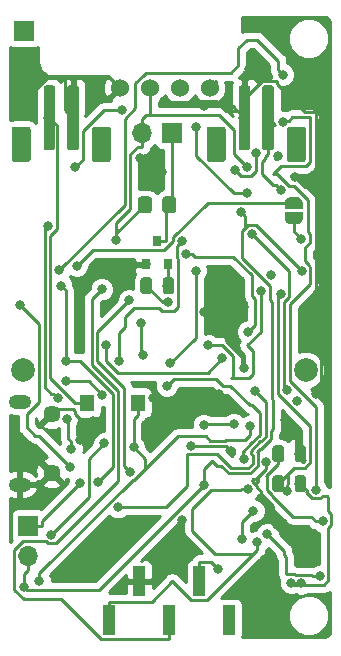
<source format=gbr>
G04 #@! TF.GenerationSoftware,KiCad,Pcbnew,(5.0.1)-4*
G04 #@! TF.CreationDate,2019-11-10T23:47:17+01:00*
G04 #@! TF.ProjectId,rak4260,72616B343236302E6B696361645F7063,0.3*
G04 #@! TF.SameCoordinates,Original*
G04 #@! TF.FileFunction,Copper,L2,Bot,Signal*
G04 #@! TF.FilePolarity,Positive*
%FSLAX46Y46*%
G04 Gerber Fmt 4.6, Leading zero omitted, Abs format (unit mm)*
G04 Created by KiCad (PCBNEW (5.0.1)-4) date 10/11/2019 23:47:17*
%MOMM*%
%LPD*%
G01*
G04 APERTURE LIST*
G04 #@! TA.AperFunction,ComponentPad*
%ADD10R,1.700000X1.700000*%
G04 #@! TD*
G04 #@! TA.AperFunction,ComponentPad*
%ADD11C,1.450000*%
G04 #@! TD*
G04 #@! TA.AperFunction,ComponentPad*
%ADD12O,1.900000X1.200000*%
G04 #@! TD*
G04 #@! TA.AperFunction,ComponentPad*
%ADD13C,1.524000*%
G04 #@! TD*
G04 #@! TA.AperFunction,ComponentPad*
%ADD14C,2.000000*%
G04 #@! TD*
G04 #@! TA.AperFunction,Conductor*
%ADD15C,0.100000*%
G04 #@! TD*
G04 #@! TA.AperFunction,SMDPad,CuDef*
%ADD16C,1.000000*%
G04 #@! TD*
G04 #@! TA.AperFunction,SMDPad,CuDef*
%ADD17C,1.600000*%
G04 #@! TD*
G04 #@! TA.AperFunction,SMDPad,CuDef*
%ADD18C,0.500000*%
G04 #@! TD*
G04 #@! TA.AperFunction,SMDPad,CuDef*
%ADD19R,1.270000X1.470000*%
G04 #@! TD*
G04 #@! TA.AperFunction,SMDPad,CuDef*
%ADD20R,0.800000X0.900000*%
G04 #@! TD*
G04 #@! TA.AperFunction,SMDPad,CuDef*
%ADD21C,0.975000*%
G04 #@! TD*
G04 #@! TA.AperFunction,SMDPad,CuDef*
%ADD22R,1.700000X1.700000*%
G04 #@! TD*
G04 #@! TA.AperFunction,SMDPad,CuDef*
%ADD23O,1.700000X1.700000*%
G04 #@! TD*
G04 #@! TA.AperFunction,SMDPad,CuDef*
%ADD24C,1.150000*%
G04 #@! TD*
G04 #@! TA.AperFunction,SMDPad,CuDef*
%ADD25R,1.000000X2.510000*%
G04 #@! TD*
G04 #@! TA.AperFunction,ViaPad*
%ADD26C,0.800000*%
G04 #@! TD*
G04 #@! TA.AperFunction,Conductor*
%ADD27C,0.250000*%
G04 #@! TD*
G04 #@! TA.AperFunction,Conductor*
%ADD28C,0.254000*%
G04 #@! TD*
G04 APERTURE END LIST*
D10*
G04 #@! TO.P,AE1,1*
G04 #@! TO.N,Net-(AE1-Pad1)*
X103505000Y-39370000D03*
G04 #@! TD*
D11*
G04 #@! TO.P,J1,6*
G04 #@! TO.N,GND*
X105856500Y-71795000D03*
X105856500Y-76795000D03*
D12*
X103156500Y-70795000D03*
X103156500Y-77795000D03*
G04 #@! TD*
D13*
G04 #@! TO.P,LCD1,1*
G04 #@! TO.N,/SDA*
X119253000Y-44196000D03*
G04 #@! TO.P,LCD1,2*
G04 #@! TO.N,/SCL*
X116713000Y-44196000D03*
G04 #@! TO.P,LCD1,3*
G04 #@! TO.N,+3V3*
X114173000Y-44196000D03*
G04 #@! TO.P,LCD1,4*
G04 #@! TO.N,GND*
X111633000Y-44196000D03*
D14*
G04 #@! TO.P,LCD1,*
G04 #@! TO.N,*
X103481000Y-68096000D03*
X127381000Y-68096000D03*
G04 #@! TD*
D15*
G04 #@! TO.N,GND*
G04 #@! TO.C,J2*
G36*
X122464504Y-43995204D02*
X122488773Y-43998804D01*
X122512571Y-44004765D01*
X122535671Y-44013030D01*
X122557849Y-44023520D01*
X122578893Y-44036133D01*
X122598598Y-44050747D01*
X122616777Y-44067223D01*
X122633253Y-44085402D01*
X122647867Y-44105107D01*
X122660480Y-44126151D01*
X122670970Y-44148329D01*
X122679235Y-44171429D01*
X122685196Y-44195227D01*
X122688796Y-44219496D01*
X122690000Y-44244000D01*
X122690000Y-49244000D01*
X122688796Y-49268504D01*
X122685196Y-49292773D01*
X122679235Y-49316571D01*
X122670970Y-49339671D01*
X122660480Y-49361849D01*
X122647867Y-49382893D01*
X122633253Y-49402598D01*
X122616777Y-49420777D01*
X122598598Y-49437253D01*
X122578893Y-49451867D01*
X122557849Y-49464480D01*
X122535671Y-49474970D01*
X122512571Y-49483235D01*
X122488773Y-49489196D01*
X122464504Y-49492796D01*
X122440000Y-49494000D01*
X121940000Y-49494000D01*
X121915496Y-49492796D01*
X121891227Y-49489196D01*
X121867429Y-49483235D01*
X121844329Y-49474970D01*
X121822151Y-49464480D01*
X121801107Y-49451867D01*
X121781402Y-49437253D01*
X121763223Y-49420777D01*
X121746747Y-49402598D01*
X121732133Y-49382893D01*
X121719520Y-49361849D01*
X121709030Y-49339671D01*
X121700765Y-49316571D01*
X121694804Y-49292773D01*
X121691204Y-49268504D01*
X121690000Y-49244000D01*
X121690000Y-44244000D01*
X121691204Y-44219496D01*
X121694804Y-44195227D01*
X121700765Y-44171429D01*
X121709030Y-44148329D01*
X121719520Y-44126151D01*
X121732133Y-44105107D01*
X121746747Y-44085402D01*
X121763223Y-44067223D01*
X121781402Y-44050747D01*
X121801107Y-44036133D01*
X121822151Y-44023520D01*
X121844329Y-44013030D01*
X121867429Y-44004765D01*
X121891227Y-43998804D01*
X121915496Y-43995204D01*
X121940000Y-43994000D01*
X122440000Y-43994000D01*
X122464504Y-43995204D01*
X122464504Y-43995204D01*
G37*
D16*
G04 #@! TD*
G04 #@! TO.P,J2,1*
G04 #@! TO.N,GND*
X122190000Y-46744000D03*
D15*
G04 #@! TO.N,VBAT*
G04 #@! TO.C,J2*
G36*
X124464504Y-43995204D02*
X124488773Y-43998804D01*
X124512571Y-44004765D01*
X124535671Y-44013030D01*
X124557849Y-44023520D01*
X124578893Y-44036133D01*
X124598598Y-44050747D01*
X124616777Y-44067223D01*
X124633253Y-44085402D01*
X124647867Y-44105107D01*
X124660480Y-44126151D01*
X124670970Y-44148329D01*
X124679235Y-44171429D01*
X124685196Y-44195227D01*
X124688796Y-44219496D01*
X124690000Y-44244000D01*
X124690000Y-49244000D01*
X124688796Y-49268504D01*
X124685196Y-49292773D01*
X124679235Y-49316571D01*
X124670970Y-49339671D01*
X124660480Y-49361849D01*
X124647867Y-49382893D01*
X124633253Y-49402598D01*
X124616777Y-49420777D01*
X124598598Y-49437253D01*
X124578893Y-49451867D01*
X124557849Y-49464480D01*
X124535671Y-49474970D01*
X124512571Y-49483235D01*
X124488773Y-49489196D01*
X124464504Y-49492796D01*
X124440000Y-49494000D01*
X123940000Y-49494000D01*
X123915496Y-49492796D01*
X123891227Y-49489196D01*
X123867429Y-49483235D01*
X123844329Y-49474970D01*
X123822151Y-49464480D01*
X123801107Y-49451867D01*
X123781402Y-49437253D01*
X123763223Y-49420777D01*
X123746747Y-49402598D01*
X123732133Y-49382893D01*
X123719520Y-49361849D01*
X123709030Y-49339671D01*
X123700765Y-49316571D01*
X123694804Y-49292773D01*
X123691204Y-49268504D01*
X123690000Y-49244000D01*
X123690000Y-44244000D01*
X123691204Y-44219496D01*
X123694804Y-44195227D01*
X123700765Y-44171429D01*
X123709030Y-44148329D01*
X123719520Y-44126151D01*
X123732133Y-44105107D01*
X123746747Y-44085402D01*
X123763223Y-44067223D01*
X123781402Y-44050747D01*
X123801107Y-44036133D01*
X123822151Y-44023520D01*
X123844329Y-44013030D01*
X123867429Y-44004765D01*
X123891227Y-43998804D01*
X123915496Y-43995204D01*
X123940000Y-43994000D01*
X124440000Y-43994000D01*
X124464504Y-43995204D01*
X124464504Y-43995204D01*
G37*
D16*
G04 #@! TD*
G04 #@! TO.P,J2,2*
G04 #@! TO.N,VBAT*
X124190000Y-46744000D03*
D15*
G04 #@! TO.N,N/C*
G04 #@! TO.C,J2*
G36*
X120364504Y-47495204D02*
X120388773Y-47498804D01*
X120412571Y-47504765D01*
X120435671Y-47513030D01*
X120457849Y-47523520D01*
X120478893Y-47536133D01*
X120498598Y-47550747D01*
X120516777Y-47567223D01*
X120533253Y-47585402D01*
X120547867Y-47605107D01*
X120560480Y-47626151D01*
X120570970Y-47648329D01*
X120579235Y-47671429D01*
X120585196Y-47695227D01*
X120588796Y-47719496D01*
X120590000Y-47744000D01*
X120590000Y-50244000D01*
X120588796Y-50268504D01*
X120585196Y-50292773D01*
X120579235Y-50316571D01*
X120570970Y-50339671D01*
X120560480Y-50361849D01*
X120547867Y-50382893D01*
X120533253Y-50402598D01*
X120516777Y-50420777D01*
X120498598Y-50437253D01*
X120478893Y-50451867D01*
X120457849Y-50464480D01*
X120435671Y-50474970D01*
X120412571Y-50483235D01*
X120388773Y-50489196D01*
X120364504Y-50492796D01*
X120340000Y-50494000D01*
X119240000Y-50494000D01*
X119215496Y-50492796D01*
X119191227Y-50489196D01*
X119167429Y-50483235D01*
X119144329Y-50474970D01*
X119122151Y-50464480D01*
X119101107Y-50451867D01*
X119081402Y-50437253D01*
X119063223Y-50420777D01*
X119046747Y-50402598D01*
X119032133Y-50382893D01*
X119019520Y-50361849D01*
X119009030Y-50339671D01*
X119000765Y-50316571D01*
X118994804Y-50292773D01*
X118991204Y-50268504D01*
X118990000Y-50244000D01*
X118990000Y-47744000D01*
X118991204Y-47719496D01*
X118994804Y-47695227D01*
X119000765Y-47671429D01*
X119009030Y-47648329D01*
X119019520Y-47626151D01*
X119032133Y-47605107D01*
X119046747Y-47585402D01*
X119063223Y-47567223D01*
X119081402Y-47550747D01*
X119101107Y-47536133D01*
X119122151Y-47523520D01*
X119144329Y-47513030D01*
X119167429Y-47504765D01*
X119191227Y-47498804D01*
X119215496Y-47495204D01*
X119240000Y-47494000D01*
X120340000Y-47494000D01*
X120364504Y-47495204D01*
X120364504Y-47495204D01*
G37*
D17*
G04 #@! TD*
G04 #@! TO.P,J2,MP*
G04 #@! TO.N,N/C*
X119790000Y-48994000D03*
D15*
G04 #@! TO.N,N/C*
G04 #@! TO.C,J2*
G36*
X127164504Y-47495204D02*
X127188773Y-47498804D01*
X127212571Y-47504765D01*
X127235671Y-47513030D01*
X127257849Y-47523520D01*
X127278893Y-47536133D01*
X127298598Y-47550747D01*
X127316777Y-47567223D01*
X127333253Y-47585402D01*
X127347867Y-47605107D01*
X127360480Y-47626151D01*
X127370970Y-47648329D01*
X127379235Y-47671429D01*
X127385196Y-47695227D01*
X127388796Y-47719496D01*
X127390000Y-47744000D01*
X127390000Y-50244000D01*
X127388796Y-50268504D01*
X127385196Y-50292773D01*
X127379235Y-50316571D01*
X127370970Y-50339671D01*
X127360480Y-50361849D01*
X127347867Y-50382893D01*
X127333253Y-50402598D01*
X127316777Y-50420777D01*
X127298598Y-50437253D01*
X127278893Y-50451867D01*
X127257849Y-50464480D01*
X127235671Y-50474970D01*
X127212571Y-50483235D01*
X127188773Y-50489196D01*
X127164504Y-50492796D01*
X127140000Y-50494000D01*
X126040000Y-50494000D01*
X126015496Y-50492796D01*
X125991227Y-50489196D01*
X125967429Y-50483235D01*
X125944329Y-50474970D01*
X125922151Y-50464480D01*
X125901107Y-50451867D01*
X125881402Y-50437253D01*
X125863223Y-50420777D01*
X125846747Y-50402598D01*
X125832133Y-50382893D01*
X125819520Y-50361849D01*
X125809030Y-50339671D01*
X125800765Y-50316571D01*
X125794804Y-50292773D01*
X125791204Y-50268504D01*
X125790000Y-50244000D01*
X125790000Y-47744000D01*
X125791204Y-47719496D01*
X125794804Y-47695227D01*
X125800765Y-47671429D01*
X125809030Y-47648329D01*
X125819520Y-47626151D01*
X125832133Y-47605107D01*
X125846747Y-47585402D01*
X125863223Y-47567223D01*
X125881402Y-47550747D01*
X125901107Y-47536133D01*
X125922151Y-47523520D01*
X125944329Y-47513030D01*
X125967429Y-47504765D01*
X125991227Y-47498804D01*
X126015496Y-47495204D01*
X126040000Y-47494000D01*
X127140000Y-47494000D01*
X127164504Y-47495204D01*
X127164504Y-47495204D01*
G37*
D17*
G04 #@! TD*
G04 #@! TO.P,J2,MP*
G04 #@! TO.N,N/C*
X126590000Y-48994000D03*
D18*
G04 #@! TO.P,JP1,1*
G04 #@! TO.N,Net-(JP1-Pad1)*
X126365000Y-55260000D03*
D15*
G04 #@! TD*
G04 #@! TO.N,Net-(JP1-Pad1)*
G04 #@! TO.C,JP1*
G36*
X127115000Y-54760000D02*
X127115000Y-55260000D01*
X127114398Y-55260000D01*
X127114398Y-55284534D01*
X127109588Y-55333365D01*
X127100016Y-55381490D01*
X127085772Y-55428445D01*
X127066995Y-55473778D01*
X127043864Y-55517051D01*
X127016604Y-55557850D01*
X126985476Y-55595779D01*
X126950779Y-55630476D01*
X126912850Y-55661604D01*
X126872051Y-55688864D01*
X126828778Y-55711995D01*
X126783445Y-55730772D01*
X126736490Y-55745016D01*
X126688365Y-55754588D01*
X126639534Y-55759398D01*
X126615000Y-55759398D01*
X126615000Y-55760000D01*
X126115000Y-55760000D01*
X126115000Y-55759398D01*
X126090466Y-55759398D01*
X126041635Y-55754588D01*
X125993510Y-55745016D01*
X125946555Y-55730772D01*
X125901222Y-55711995D01*
X125857949Y-55688864D01*
X125817150Y-55661604D01*
X125779221Y-55630476D01*
X125744524Y-55595779D01*
X125713396Y-55557850D01*
X125686136Y-55517051D01*
X125663005Y-55473778D01*
X125644228Y-55428445D01*
X125629984Y-55381490D01*
X125620412Y-55333365D01*
X125615602Y-55284534D01*
X125615602Y-55260000D01*
X125615000Y-55260000D01*
X125615000Y-54760000D01*
X127115000Y-54760000D01*
X127115000Y-54760000D01*
G37*
D18*
G04 #@! TO.P,JP1,2*
G04 #@! TO.N,/AlertB*
X126365000Y-53960000D03*
D15*
G04 #@! TD*
G04 #@! TO.N,/AlertB*
G04 #@! TO.C,JP1*
G36*
X125615602Y-53960000D02*
X125615602Y-53935466D01*
X125620412Y-53886635D01*
X125629984Y-53838510D01*
X125644228Y-53791555D01*
X125663005Y-53746222D01*
X125686136Y-53702949D01*
X125713396Y-53662150D01*
X125744524Y-53624221D01*
X125779221Y-53589524D01*
X125817150Y-53558396D01*
X125857949Y-53531136D01*
X125901222Y-53508005D01*
X125946555Y-53489228D01*
X125993510Y-53474984D01*
X126041635Y-53465412D01*
X126090466Y-53460602D01*
X126115000Y-53460602D01*
X126115000Y-53460000D01*
X126615000Y-53460000D01*
X126615000Y-53460602D01*
X126639534Y-53460602D01*
X126688365Y-53465412D01*
X126736490Y-53474984D01*
X126783445Y-53489228D01*
X126828778Y-53508005D01*
X126872051Y-53531136D01*
X126912850Y-53558396D01*
X126950779Y-53589524D01*
X126985476Y-53624221D01*
X127016604Y-53662150D01*
X127043864Y-53702949D01*
X127066995Y-53746222D01*
X127085772Y-53791555D01*
X127100016Y-53838510D01*
X127109588Y-53886635D01*
X127114398Y-53935466D01*
X127114398Y-53960000D01*
X127115000Y-53960000D01*
X127115000Y-54460000D01*
X125615000Y-54460000D01*
X125615000Y-53960000D01*
X125615602Y-53960000D01*
X125615602Y-53960000D01*
G37*
D19*
G04 #@! TO.P,D4,A*
G04 #@! TO.N,V_Solar*
X108848000Y-70866000D03*
G04 #@! TO.P,D4,C*
G04 #@! TO.N,V_BUS*
X113148000Y-70866000D03*
G04 #@! TD*
D20*
G04 #@! TO.P,Q1,1*
G04 #@! TO.N,Net-(Q1-Pad1)*
X115758000Y-59166000D03*
G04 #@! TO.P,Q1,2*
G04 #@! TO.N,GND*
X113858000Y-59166000D03*
G04 #@! TO.P,Q1,3*
G04 #@! TO.N,Net-(D5-Pad2)*
X114808000Y-57166000D03*
G04 #@! TD*
D15*
G04 #@! TO.N,/PinMotor*
G04 #@! TO.C,R12*
G36*
X114138142Y-60261174D02*
X114161803Y-60264684D01*
X114185007Y-60270496D01*
X114207529Y-60278554D01*
X114229153Y-60288782D01*
X114249670Y-60301079D01*
X114268883Y-60315329D01*
X114286607Y-60331393D01*
X114302671Y-60349117D01*
X114316921Y-60368330D01*
X114329218Y-60388847D01*
X114339446Y-60410471D01*
X114347504Y-60432993D01*
X114353316Y-60456197D01*
X114356826Y-60479858D01*
X114358000Y-60503750D01*
X114358000Y-61416250D01*
X114356826Y-61440142D01*
X114353316Y-61463803D01*
X114347504Y-61487007D01*
X114339446Y-61509529D01*
X114329218Y-61531153D01*
X114316921Y-61551670D01*
X114302671Y-61570883D01*
X114286607Y-61588607D01*
X114268883Y-61604671D01*
X114249670Y-61618921D01*
X114229153Y-61631218D01*
X114207529Y-61641446D01*
X114185007Y-61649504D01*
X114161803Y-61655316D01*
X114138142Y-61658826D01*
X114114250Y-61660000D01*
X113626750Y-61660000D01*
X113602858Y-61658826D01*
X113579197Y-61655316D01*
X113555993Y-61649504D01*
X113533471Y-61641446D01*
X113511847Y-61631218D01*
X113491330Y-61618921D01*
X113472117Y-61604671D01*
X113454393Y-61588607D01*
X113438329Y-61570883D01*
X113424079Y-61551670D01*
X113411782Y-61531153D01*
X113401554Y-61509529D01*
X113393496Y-61487007D01*
X113387684Y-61463803D01*
X113384174Y-61440142D01*
X113383000Y-61416250D01*
X113383000Y-60503750D01*
X113384174Y-60479858D01*
X113387684Y-60456197D01*
X113393496Y-60432993D01*
X113401554Y-60410471D01*
X113411782Y-60388847D01*
X113424079Y-60368330D01*
X113438329Y-60349117D01*
X113454393Y-60331393D01*
X113472117Y-60315329D01*
X113491330Y-60301079D01*
X113511847Y-60288782D01*
X113533471Y-60278554D01*
X113555993Y-60270496D01*
X113579197Y-60264684D01*
X113602858Y-60261174D01*
X113626750Y-60260000D01*
X114114250Y-60260000D01*
X114138142Y-60261174D01*
X114138142Y-60261174D01*
G37*
D21*
G04 #@! TD*
G04 #@! TO.P,R12,1*
G04 #@! TO.N,/PinMotor*
X113870500Y-60960000D03*
D15*
G04 #@! TO.N,Net-(Q1-Pad1)*
G04 #@! TO.C,R12*
G36*
X116013142Y-60261174D02*
X116036803Y-60264684D01*
X116060007Y-60270496D01*
X116082529Y-60278554D01*
X116104153Y-60288782D01*
X116124670Y-60301079D01*
X116143883Y-60315329D01*
X116161607Y-60331393D01*
X116177671Y-60349117D01*
X116191921Y-60368330D01*
X116204218Y-60388847D01*
X116214446Y-60410471D01*
X116222504Y-60432993D01*
X116228316Y-60456197D01*
X116231826Y-60479858D01*
X116233000Y-60503750D01*
X116233000Y-61416250D01*
X116231826Y-61440142D01*
X116228316Y-61463803D01*
X116222504Y-61487007D01*
X116214446Y-61509529D01*
X116204218Y-61531153D01*
X116191921Y-61551670D01*
X116177671Y-61570883D01*
X116161607Y-61588607D01*
X116143883Y-61604671D01*
X116124670Y-61618921D01*
X116104153Y-61631218D01*
X116082529Y-61641446D01*
X116060007Y-61649504D01*
X116036803Y-61655316D01*
X116013142Y-61658826D01*
X115989250Y-61660000D01*
X115501750Y-61660000D01*
X115477858Y-61658826D01*
X115454197Y-61655316D01*
X115430993Y-61649504D01*
X115408471Y-61641446D01*
X115386847Y-61631218D01*
X115366330Y-61618921D01*
X115347117Y-61604671D01*
X115329393Y-61588607D01*
X115313329Y-61570883D01*
X115299079Y-61551670D01*
X115286782Y-61531153D01*
X115276554Y-61509529D01*
X115268496Y-61487007D01*
X115262684Y-61463803D01*
X115259174Y-61440142D01*
X115258000Y-61416250D01*
X115258000Y-60503750D01*
X115259174Y-60479858D01*
X115262684Y-60456197D01*
X115268496Y-60432993D01*
X115276554Y-60410471D01*
X115286782Y-60388847D01*
X115299079Y-60368330D01*
X115313329Y-60349117D01*
X115329393Y-60331393D01*
X115347117Y-60315329D01*
X115366330Y-60301079D01*
X115386847Y-60288782D01*
X115408471Y-60278554D01*
X115430993Y-60270496D01*
X115454197Y-60264684D01*
X115477858Y-60261174D01*
X115501750Y-60260000D01*
X115989250Y-60260000D01*
X116013142Y-60261174D01*
X116013142Y-60261174D01*
G37*
D21*
G04 #@! TD*
G04 #@! TO.P,R12,2*
G04 #@! TO.N,Net-(Q1-Pad1)*
X115745500Y-60960000D03*
D15*
G04 #@! TO.N,Net-(IC1-Pad7)*
G04 #@! TO.C,R13*
G36*
X127189142Y-77025174D02*
X127212803Y-77028684D01*
X127236007Y-77034496D01*
X127258529Y-77042554D01*
X127280153Y-77052782D01*
X127300670Y-77065079D01*
X127319883Y-77079329D01*
X127337607Y-77095393D01*
X127353671Y-77113117D01*
X127367921Y-77132330D01*
X127380218Y-77152847D01*
X127390446Y-77174471D01*
X127398504Y-77196993D01*
X127404316Y-77220197D01*
X127407826Y-77243858D01*
X127409000Y-77267750D01*
X127409000Y-78180250D01*
X127407826Y-78204142D01*
X127404316Y-78227803D01*
X127398504Y-78251007D01*
X127390446Y-78273529D01*
X127380218Y-78295153D01*
X127367921Y-78315670D01*
X127353671Y-78334883D01*
X127337607Y-78352607D01*
X127319883Y-78368671D01*
X127300670Y-78382921D01*
X127280153Y-78395218D01*
X127258529Y-78405446D01*
X127236007Y-78413504D01*
X127212803Y-78419316D01*
X127189142Y-78422826D01*
X127165250Y-78424000D01*
X126677750Y-78424000D01*
X126653858Y-78422826D01*
X126630197Y-78419316D01*
X126606993Y-78413504D01*
X126584471Y-78405446D01*
X126562847Y-78395218D01*
X126542330Y-78382921D01*
X126523117Y-78368671D01*
X126505393Y-78352607D01*
X126489329Y-78334883D01*
X126475079Y-78315670D01*
X126462782Y-78295153D01*
X126452554Y-78273529D01*
X126444496Y-78251007D01*
X126438684Y-78227803D01*
X126435174Y-78204142D01*
X126434000Y-78180250D01*
X126434000Y-77267750D01*
X126435174Y-77243858D01*
X126438684Y-77220197D01*
X126444496Y-77196993D01*
X126452554Y-77174471D01*
X126462782Y-77152847D01*
X126475079Y-77132330D01*
X126489329Y-77113117D01*
X126505393Y-77095393D01*
X126523117Y-77079329D01*
X126542330Y-77065079D01*
X126562847Y-77052782D01*
X126584471Y-77042554D01*
X126606993Y-77034496D01*
X126630197Y-77028684D01*
X126653858Y-77025174D01*
X126677750Y-77024000D01*
X127165250Y-77024000D01*
X127189142Y-77025174D01*
X127189142Y-77025174D01*
G37*
D21*
G04 #@! TD*
G04 #@! TO.P,R13,1*
G04 #@! TO.N,Net-(IC1-Pad7)*
X126921500Y-77724000D03*
D15*
G04 #@! TO.N,+3V3*
G04 #@! TO.C,R13*
G36*
X125314142Y-77025174D02*
X125337803Y-77028684D01*
X125361007Y-77034496D01*
X125383529Y-77042554D01*
X125405153Y-77052782D01*
X125425670Y-77065079D01*
X125444883Y-77079329D01*
X125462607Y-77095393D01*
X125478671Y-77113117D01*
X125492921Y-77132330D01*
X125505218Y-77152847D01*
X125515446Y-77174471D01*
X125523504Y-77196993D01*
X125529316Y-77220197D01*
X125532826Y-77243858D01*
X125534000Y-77267750D01*
X125534000Y-78180250D01*
X125532826Y-78204142D01*
X125529316Y-78227803D01*
X125523504Y-78251007D01*
X125515446Y-78273529D01*
X125505218Y-78295153D01*
X125492921Y-78315670D01*
X125478671Y-78334883D01*
X125462607Y-78352607D01*
X125444883Y-78368671D01*
X125425670Y-78382921D01*
X125405153Y-78395218D01*
X125383529Y-78405446D01*
X125361007Y-78413504D01*
X125337803Y-78419316D01*
X125314142Y-78422826D01*
X125290250Y-78424000D01*
X124802750Y-78424000D01*
X124778858Y-78422826D01*
X124755197Y-78419316D01*
X124731993Y-78413504D01*
X124709471Y-78405446D01*
X124687847Y-78395218D01*
X124667330Y-78382921D01*
X124648117Y-78368671D01*
X124630393Y-78352607D01*
X124614329Y-78334883D01*
X124600079Y-78315670D01*
X124587782Y-78295153D01*
X124577554Y-78273529D01*
X124569496Y-78251007D01*
X124563684Y-78227803D01*
X124560174Y-78204142D01*
X124559000Y-78180250D01*
X124559000Y-77267750D01*
X124560174Y-77243858D01*
X124563684Y-77220197D01*
X124569496Y-77196993D01*
X124577554Y-77174471D01*
X124587782Y-77152847D01*
X124600079Y-77132330D01*
X124614329Y-77113117D01*
X124630393Y-77095393D01*
X124648117Y-77079329D01*
X124667330Y-77065079D01*
X124687847Y-77052782D01*
X124709471Y-77042554D01*
X124731993Y-77034496D01*
X124755197Y-77028684D01*
X124778858Y-77025174D01*
X124802750Y-77024000D01*
X125290250Y-77024000D01*
X125314142Y-77025174D01*
X125314142Y-77025174D01*
G37*
D21*
G04 #@! TD*
G04 #@! TO.P,R13,2*
G04 #@! TO.N,+3V3*
X125046500Y-77724000D03*
D15*
G04 #@! TO.N,GND*
G04 #@! TO.C,R14*
G36*
X127189142Y-74485174D02*
X127212803Y-74488684D01*
X127236007Y-74494496D01*
X127258529Y-74502554D01*
X127280153Y-74512782D01*
X127300670Y-74525079D01*
X127319883Y-74539329D01*
X127337607Y-74555393D01*
X127353671Y-74573117D01*
X127367921Y-74592330D01*
X127380218Y-74612847D01*
X127390446Y-74634471D01*
X127398504Y-74656993D01*
X127404316Y-74680197D01*
X127407826Y-74703858D01*
X127409000Y-74727750D01*
X127409000Y-75640250D01*
X127407826Y-75664142D01*
X127404316Y-75687803D01*
X127398504Y-75711007D01*
X127390446Y-75733529D01*
X127380218Y-75755153D01*
X127367921Y-75775670D01*
X127353671Y-75794883D01*
X127337607Y-75812607D01*
X127319883Y-75828671D01*
X127300670Y-75842921D01*
X127280153Y-75855218D01*
X127258529Y-75865446D01*
X127236007Y-75873504D01*
X127212803Y-75879316D01*
X127189142Y-75882826D01*
X127165250Y-75884000D01*
X126677750Y-75884000D01*
X126653858Y-75882826D01*
X126630197Y-75879316D01*
X126606993Y-75873504D01*
X126584471Y-75865446D01*
X126562847Y-75855218D01*
X126542330Y-75842921D01*
X126523117Y-75828671D01*
X126505393Y-75812607D01*
X126489329Y-75794883D01*
X126475079Y-75775670D01*
X126462782Y-75755153D01*
X126452554Y-75733529D01*
X126444496Y-75711007D01*
X126438684Y-75687803D01*
X126435174Y-75664142D01*
X126434000Y-75640250D01*
X126434000Y-74727750D01*
X126435174Y-74703858D01*
X126438684Y-74680197D01*
X126444496Y-74656993D01*
X126452554Y-74634471D01*
X126462782Y-74612847D01*
X126475079Y-74592330D01*
X126489329Y-74573117D01*
X126505393Y-74555393D01*
X126523117Y-74539329D01*
X126542330Y-74525079D01*
X126562847Y-74512782D01*
X126584471Y-74502554D01*
X126606993Y-74494496D01*
X126630197Y-74488684D01*
X126653858Y-74485174D01*
X126677750Y-74484000D01*
X127165250Y-74484000D01*
X127189142Y-74485174D01*
X127189142Y-74485174D01*
G37*
D21*
G04 #@! TD*
G04 #@! TO.P,R14,2*
G04 #@! TO.N,GND*
X126921500Y-75184000D03*
D15*
G04 #@! TO.N,Net-(IC1-Pad12)*
G04 #@! TO.C,R14*
G36*
X125314142Y-74485174D02*
X125337803Y-74488684D01*
X125361007Y-74494496D01*
X125383529Y-74502554D01*
X125405153Y-74512782D01*
X125425670Y-74525079D01*
X125444883Y-74539329D01*
X125462607Y-74555393D01*
X125478671Y-74573117D01*
X125492921Y-74592330D01*
X125505218Y-74612847D01*
X125515446Y-74634471D01*
X125523504Y-74656993D01*
X125529316Y-74680197D01*
X125532826Y-74703858D01*
X125534000Y-74727750D01*
X125534000Y-75640250D01*
X125532826Y-75664142D01*
X125529316Y-75687803D01*
X125523504Y-75711007D01*
X125515446Y-75733529D01*
X125505218Y-75755153D01*
X125492921Y-75775670D01*
X125478671Y-75794883D01*
X125462607Y-75812607D01*
X125444883Y-75828671D01*
X125425670Y-75842921D01*
X125405153Y-75855218D01*
X125383529Y-75865446D01*
X125361007Y-75873504D01*
X125337803Y-75879316D01*
X125314142Y-75882826D01*
X125290250Y-75884000D01*
X124802750Y-75884000D01*
X124778858Y-75882826D01*
X124755197Y-75879316D01*
X124731993Y-75873504D01*
X124709471Y-75865446D01*
X124687847Y-75855218D01*
X124667330Y-75842921D01*
X124648117Y-75828671D01*
X124630393Y-75812607D01*
X124614329Y-75794883D01*
X124600079Y-75775670D01*
X124587782Y-75755153D01*
X124577554Y-75733529D01*
X124569496Y-75711007D01*
X124563684Y-75687803D01*
X124560174Y-75664142D01*
X124559000Y-75640250D01*
X124559000Y-74727750D01*
X124560174Y-74703858D01*
X124563684Y-74680197D01*
X124569496Y-74656993D01*
X124577554Y-74634471D01*
X124587782Y-74612847D01*
X124600079Y-74592330D01*
X124614329Y-74573117D01*
X124630393Y-74555393D01*
X124648117Y-74539329D01*
X124667330Y-74525079D01*
X124687847Y-74512782D01*
X124709471Y-74502554D01*
X124731993Y-74494496D01*
X124755197Y-74488684D01*
X124778858Y-74485174D01*
X124802750Y-74484000D01*
X125290250Y-74484000D01*
X125314142Y-74485174D01*
X125314142Y-74485174D01*
G37*
D21*
G04 #@! TD*
G04 #@! TO.P,R14,1*
G04 #@! TO.N,Net-(IC1-Pad12)*
X125046500Y-75184000D03*
D15*
G04 #@! TO.N,V_Solar*
G04 #@! TO.C,SC1*
G36*
X105954504Y-43995204D02*
X105978773Y-43998804D01*
X106002571Y-44004765D01*
X106025671Y-44013030D01*
X106047849Y-44023520D01*
X106068893Y-44036133D01*
X106088598Y-44050747D01*
X106106777Y-44067223D01*
X106123253Y-44085402D01*
X106137867Y-44105107D01*
X106150480Y-44126151D01*
X106160970Y-44148329D01*
X106169235Y-44171429D01*
X106175196Y-44195227D01*
X106178796Y-44219496D01*
X106180000Y-44244000D01*
X106180000Y-49244000D01*
X106178796Y-49268504D01*
X106175196Y-49292773D01*
X106169235Y-49316571D01*
X106160970Y-49339671D01*
X106150480Y-49361849D01*
X106137867Y-49382893D01*
X106123253Y-49402598D01*
X106106777Y-49420777D01*
X106088598Y-49437253D01*
X106068893Y-49451867D01*
X106047849Y-49464480D01*
X106025671Y-49474970D01*
X106002571Y-49483235D01*
X105978773Y-49489196D01*
X105954504Y-49492796D01*
X105930000Y-49494000D01*
X105430000Y-49494000D01*
X105405496Y-49492796D01*
X105381227Y-49489196D01*
X105357429Y-49483235D01*
X105334329Y-49474970D01*
X105312151Y-49464480D01*
X105291107Y-49451867D01*
X105271402Y-49437253D01*
X105253223Y-49420777D01*
X105236747Y-49402598D01*
X105222133Y-49382893D01*
X105209520Y-49361849D01*
X105199030Y-49339671D01*
X105190765Y-49316571D01*
X105184804Y-49292773D01*
X105181204Y-49268504D01*
X105180000Y-49244000D01*
X105180000Y-44244000D01*
X105181204Y-44219496D01*
X105184804Y-44195227D01*
X105190765Y-44171429D01*
X105199030Y-44148329D01*
X105209520Y-44126151D01*
X105222133Y-44105107D01*
X105236747Y-44085402D01*
X105253223Y-44067223D01*
X105271402Y-44050747D01*
X105291107Y-44036133D01*
X105312151Y-44023520D01*
X105334329Y-44013030D01*
X105357429Y-44004765D01*
X105381227Y-43998804D01*
X105405496Y-43995204D01*
X105430000Y-43994000D01*
X105930000Y-43994000D01*
X105954504Y-43995204D01*
X105954504Y-43995204D01*
G37*
D16*
G04 #@! TD*
G04 #@! TO.P,SC1,1*
G04 #@! TO.N,V_Solar*
X105680000Y-46744000D03*
D15*
G04 #@! TO.N,GND*
G04 #@! TO.C,SC1*
G36*
X107954504Y-43995204D02*
X107978773Y-43998804D01*
X108002571Y-44004765D01*
X108025671Y-44013030D01*
X108047849Y-44023520D01*
X108068893Y-44036133D01*
X108088598Y-44050747D01*
X108106777Y-44067223D01*
X108123253Y-44085402D01*
X108137867Y-44105107D01*
X108150480Y-44126151D01*
X108160970Y-44148329D01*
X108169235Y-44171429D01*
X108175196Y-44195227D01*
X108178796Y-44219496D01*
X108180000Y-44244000D01*
X108180000Y-49244000D01*
X108178796Y-49268504D01*
X108175196Y-49292773D01*
X108169235Y-49316571D01*
X108160970Y-49339671D01*
X108150480Y-49361849D01*
X108137867Y-49382893D01*
X108123253Y-49402598D01*
X108106777Y-49420777D01*
X108088598Y-49437253D01*
X108068893Y-49451867D01*
X108047849Y-49464480D01*
X108025671Y-49474970D01*
X108002571Y-49483235D01*
X107978773Y-49489196D01*
X107954504Y-49492796D01*
X107930000Y-49494000D01*
X107430000Y-49494000D01*
X107405496Y-49492796D01*
X107381227Y-49489196D01*
X107357429Y-49483235D01*
X107334329Y-49474970D01*
X107312151Y-49464480D01*
X107291107Y-49451867D01*
X107271402Y-49437253D01*
X107253223Y-49420777D01*
X107236747Y-49402598D01*
X107222133Y-49382893D01*
X107209520Y-49361849D01*
X107199030Y-49339671D01*
X107190765Y-49316571D01*
X107184804Y-49292773D01*
X107181204Y-49268504D01*
X107180000Y-49244000D01*
X107180000Y-44244000D01*
X107181204Y-44219496D01*
X107184804Y-44195227D01*
X107190765Y-44171429D01*
X107199030Y-44148329D01*
X107209520Y-44126151D01*
X107222133Y-44105107D01*
X107236747Y-44085402D01*
X107253223Y-44067223D01*
X107271402Y-44050747D01*
X107291107Y-44036133D01*
X107312151Y-44023520D01*
X107334329Y-44013030D01*
X107357429Y-44004765D01*
X107381227Y-43998804D01*
X107405496Y-43995204D01*
X107430000Y-43994000D01*
X107930000Y-43994000D01*
X107954504Y-43995204D01*
X107954504Y-43995204D01*
G37*
D16*
G04 #@! TD*
G04 #@! TO.P,SC1,2*
G04 #@! TO.N,GND*
X107680000Y-46744000D03*
D15*
G04 #@! TO.N,N/C*
G04 #@! TO.C,SC1*
G36*
X103854504Y-47495204D02*
X103878773Y-47498804D01*
X103902571Y-47504765D01*
X103925671Y-47513030D01*
X103947849Y-47523520D01*
X103968893Y-47536133D01*
X103988598Y-47550747D01*
X104006777Y-47567223D01*
X104023253Y-47585402D01*
X104037867Y-47605107D01*
X104050480Y-47626151D01*
X104060970Y-47648329D01*
X104069235Y-47671429D01*
X104075196Y-47695227D01*
X104078796Y-47719496D01*
X104080000Y-47744000D01*
X104080000Y-50244000D01*
X104078796Y-50268504D01*
X104075196Y-50292773D01*
X104069235Y-50316571D01*
X104060970Y-50339671D01*
X104050480Y-50361849D01*
X104037867Y-50382893D01*
X104023253Y-50402598D01*
X104006777Y-50420777D01*
X103988598Y-50437253D01*
X103968893Y-50451867D01*
X103947849Y-50464480D01*
X103925671Y-50474970D01*
X103902571Y-50483235D01*
X103878773Y-50489196D01*
X103854504Y-50492796D01*
X103830000Y-50494000D01*
X102730000Y-50494000D01*
X102705496Y-50492796D01*
X102681227Y-50489196D01*
X102657429Y-50483235D01*
X102634329Y-50474970D01*
X102612151Y-50464480D01*
X102591107Y-50451867D01*
X102571402Y-50437253D01*
X102553223Y-50420777D01*
X102536747Y-50402598D01*
X102522133Y-50382893D01*
X102509520Y-50361849D01*
X102499030Y-50339671D01*
X102490765Y-50316571D01*
X102484804Y-50292773D01*
X102481204Y-50268504D01*
X102480000Y-50244000D01*
X102480000Y-47744000D01*
X102481204Y-47719496D01*
X102484804Y-47695227D01*
X102490765Y-47671429D01*
X102499030Y-47648329D01*
X102509520Y-47626151D01*
X102522133Y-47605107D01*
X102536747Y-47585402D01*
X102553223Y-47567223D01*
X102571402Y-47550747D01*
X102591107Y-47536133D01*
X102612151Y-47523520D01*
X102634329Y-47513030D01*
X102657429Y-47504765D01*
X102681227Y-47498804D01*
X102705496Y-47495204D01*
X102730000Y-47494000D01*
X103830000Y-47494000D01*
X103854504Y-47495204D01*
X103854504Y-47495204D01*
G37*
D17*
G04 #@! TD*
G04 #@! TO.P,SC1,MP*
G04 #@! TO.N,N/C*
X103280000Y-48994000D03*
D15*
G04 #@! TO.N,N/C*
G04 #@! TO.C,SC1*
G36*
X110654504Y-47495204D02*
X110678773Y-47498804D01*
X110702571Y-47504765D01*
X110725671Y-47513030D01*
X110747849Y-47523520D01*
X110768893Y-47536133D01*
X110788598Y-47550747D01*
X110806777Y-47567223D01*
X110823253Y-47585402D01*
X110837867Y-47605107D01*
X110850480Y-47626151D01*
X110860970Y-47648329D01*
X110869235Y-47671429D01*
X110875196Y-47695227D01*
X110878796Y-47719496D01*
X110880000Y-47744000D01*
X110880000Y-50244000D01*
X110878796Y-50268504D01*
X110875196Y-50292773D01*
X110869235Y-50316571D01*
X110860970Y-50339671D01*
X110850480Y-50361849D01*
X110837867Y-50382893D01*
X110823253Y-50402598D01*
X110806777Y-50420777D01*
X110788598Y-50437253D01*
X110768893Y-50451867D01*
X110747849Y-50464480D01*
X110725671Y-50474970D01*
X110702571Y-50483235D01*
X110678773Y-50489196D01*
X110654504Y-50492796D01*
X110630000Y-50494000D01*
X109530000Y-50494000D01*
X109505496Y-50492796D01*
X109481227Y-50489196D01*
X109457429Y-50483235D01*
X109434329Y-50474970D01*
X109412151Y-50464480D01*
X109391107Y-50451867D01*
X109371402Y-50437253D01*
X109353223Y-50420777D01*
X109336747Y-50402598D01*
X109322133Y-50382893D01*
X109309520Y-50361849D01*
X109299030Y-50339671D01*
X109290765Y-50316571D01*
X109284804Y-50292773D01*
X109281204Y-50268504D01*
X109280000Y-50244000D01*
X109280000Y-47744000D01*
X109281204Y-47719496D01*
X109284804Y-47695227D01*
X109290765Y-47671429D01*
X109299030Y-47648329D01*
X109309520Y-47626151D01*
X109322133Y-47605107D01*
X109336747Y-47585402D01*
X109353223Y-47567223D01*
X109371402Y-47550747D01*
X109391107Y-47536133D01*
X109412151Y-47523520D01*
X109434329Y-47513030D01*
X109457429Y-47504765D01*
X109481227Y-47498804D01*
X109505496Y-47495204D01*
X109530000Y-47494000D01*
X110630000Y-47494000D01*
X110654504Y-47495204D01*
X110654504Y-47495204D01*
G37*
D17*
G04 #@! TD*
G04 #@! TO.P,SC1,MP*
G04 #@! TO.N,N/C*
X110080000Y-48994000D03*
D22*
G04 #@! TO.P,J4,1*
G04 #@! TO.N,Net-(D5-Pad2)*
X116078000Y-48006000D03*
D23*
G04 #@! TO.P,J4,2*
G04 #@! TO.N,+3V3*
X113538000Y-48006000D03*
G04 #@! TD*
D15*
G04 #@! TO.N,+3V3*
G04 #@! TO.C,D5*
G36*
X114123505Y-53403204D02*
X114147773Y-53406804D01*
X114171572Y-53412765D01*
X114194671Y-53421030D01*
X114216850Y-53431520D01*
X114237893Y-53444132D01*
X114257599Y-53458747D01*
X114275777Y-53475223D01*
X114292253Y-53493401D01*
X114306868Y-53513107D01*
X114319480Y-53534150D01*
X114329970Y-53556329D01*
X114338235Y-53579428D01*
X114344196Y-53603227D01*
X114347796Y-53627495D01*
X114349000Y-53651999D01*
X114349000Y-54552001D01*
X114347796Y-54576505D01*
X114344196Y-54600773D01*
X114338235Y-54624572D01*
X114329970Y-54647671D01*
X114319480Y-54669850D01*
X114306868Y-54690893D01*
X114292253Y-54710599D01*
X114275777Y-54728777D01*
X114257599Y-54745253D01*
X114237893Y-54759868D01*
X114216850Y-54772480D01*
X114194671Y-54782970D01*
X114171572Y-54791235D01*
X114147773Y-54797196D01*
X114123505Y-54800796D01*
X114099001Y-54802000D01*
X113448999Y-54802000D01*
X113424495Y-54800796D01*
X113400227Y-54797196D01*
X113376428Y-54791235D01*
X113353329Y-54782970D01*
X113331150Y-54772480D01*
X113310107Y-54759868D01*
X113290401Y-54745253D01*
X113272223Y-54728777D01*
X113255747Y-54710599D01*
X113241132Y-54690893D01*
X113228520Y-54669850D01*
X113218030Y-54647671D01*
X113209765Y-54624572D01*
X113203804Y-54600773D01*
X113200204Y-54576505D01*
X113199000Y-54552001D01*
X113199000Y-53651999D01*
X113200204Y-53627495D01*
X113203804Y-53603227D01*
X113209765Y-53579428D01*
X113218030Y-53556329D01*
X113228520Y-53534150D01*
X113241132Y-53513107D01*
X113255747Y-53493401D01*
X113272223Y-53475223D01*
X113290401Y-53458747D01*
X113310107Y-53444132D01*
X113331150Y-53431520D01*
X113353329Y-53421030D01*
X113376428Y-53412765D01*
X113400227Y-53406804D01*
X113424495Y-53403204D01*
X113448999Y-53402000D01*
X114099001Y-53402000D01*
X114123505Y-53403204D01*
X114123505Y-53403204D01*
G37*
D24*
G04 #@! TD*
G04 #@! TO.P,D5,1*
G04 #@! TO.N,+3V3*
X113774000Y-54102000D03*
D15*
G04 #@! TO.N,Net-(D5-Pad2)*
G04 #@! TO.C,D5*
G36*
X116173505Y-53403204D02*
X116197773Y-53406804D01*
X116221572Y-53412765D01*
X116244671Y-53421030D01*
X116266850Y-53431520D01*
X116287893Y-53444132D01*
X116307599Y-53458747D01*
X116325777Y-53475223D01*
X116342253Y-53493401D01*
X116356868Y-53513107D01*
X116369480Y-53534150D01*
X116379970Y-53556329D01*
X116388235Y-53579428D01*
X116394196Y-53603227D01*
X116397796Y-53627495D01*
X116399000Y-53651999D01*
X116399000Y-54552001D01*
X116397796Y-54576505D01*
X116394196Y-54600773D01*
X116388235Y-54624572D01*
X116379970Y-54647671D01*
X116369480Y-54669850D01*
X116356868Y-54690893D01*
X116342253Y-54710599D01*
X116325777Y-54728777D01*
X116307599Y-54745253D01*
X116287893Y-54759868D01*
X116266850Y-54772480D01*
X116244671Y-54782970D01*
X116221572Y-54791235D01*
X116197773Y-54797196D01*
X116173505Y-54800796D01*
X116149001Y-54802000D01*
X115498999Y-54802000D01*
X115474495Y-54800796D01*
X115450227Y-54797196D01*
X115426428Y-54791235D01*
X115403329Y-54782970D01*
X115381150Y-54772480D01*
X115360107Y-54759868D01*
X115340401Y-54745253D01*
X115322223Y-54728777D01*
X115305747Y-54710599D01*
X115291132Y-54690893D01*
X115278520Y-54669850D01*
X115268030Y-54647671D01*
X115259765Y-54624572D01*
X115253804Y-54600773D01*
X115250204Y-54576505D01*
X115249000Y-54552001D01*
X115249000Y-53651999D01*
X115250204Y-53627495D01*
X115253804Y-53603227D01*
X115259765Y-53579428D01*
X115268030Y-53556329D01*
X115278520Y-53534150D01*
X115291132Y-53513107D01*
X115305747Y-53493401D01*
X115322223Y-53475223D01*
X115340401Y-53458747D01*
X115360107Y-53444132D01*
X115381150Y-53431520D01*
X115403329Y-53421030D01*
X115426428Y-53412765D01*
X115450227Y-53406804D01*
X115474495Y-53403204D01*
X115498999Y-53402000D01*
X116149001Y-53402000D01*
X116173505Y-53403204D01*
X116173505Y-53403204D01*
G37*
D24*
G04 #@! TD*
G04 #@! TO.P,D5,2*
G04 #@! TO.N,Net-(D5-Pad2)*
X115824000Y-54102000D03*
D25*
G04 #@! TO.P,J3,2*
G04 #@! TO.N,GND*
X113284000Y-85975000D03*
G04 #@! TO.P,J3,4*
G04 #@! TO.N,/RXD*
X118364000Y-85975000D03*
G04 #@! TO.P,J3,1*
G04 #@! TO.N,+3V3*
X110744000Y-89285000D03*
G04 #@! TO.P,J3,3*
G04 #@! TO.N,/TXD*
X115824000Y-89285000D03*
G04 #@! TO.P,J3,5*
G04 #@! TO.N,N/C*
X120904000Y-89285000D03*
G04 #@! TD*
D22*
G04 #@! TO.P,SW3,1*
G04 #@! TO.N,Net-(R10-Pad1)*
X103886000Y-81280000D03*
D23*
G04 #@! TO.P,SW3,2*
G04 #@! TO.N,VBAT*
X103886000Y-83820000D03*
G04 #@! TD*
D26*
G04 #@! TO.N,GND*
X109347000Y-72390000D03*
X113347500Y-85661500D03*
X104076500Y-44831000D03*
X122618500Y-42608500D03*
X126555500Y-73660000D03*
X108966000Y-60769500D03*
X127635000Y-66103500D03*
X125666500Y-72326500D03*
X110680500Y-83375500D03*
X108267500Y-74041000D03*
X126682500Y-70739000D03*
X116967000Y-70167500D03*
X115225000Y-51371500D03*
X113347500Y-50165000D03*
X115379500Y-45339000D03*
X118808500Y-45767000D03*
X122165000Y-67945000D03*
X120650000Y-64525000D03*
X118808500Y-63182500D03*
X114483879Y-70492888D03*
X120015000Y-70154800D03*
X122123200Y-62738000D03*
X120015000Y-70154800D03*
X117703600Y-74523600D03*
X121040000Y-74930000D03*
X126673498Y-82692946D03*
X124002800Y-75920600D03*
X123494800Y-88188800D03*
X113858000Y-59166000D03*
X124993400Y-49961800D03*
X126466600Y-51739800D03*
X115694697Y-83949303D03*
X116941600Y-80797400D03*
X128270000Y-70154800D03*
G04 #@! TO.N,/RST*
X117223500Y-58268800D03*
X122497200Y-64866300D03*
G04 #@! TO.N,+3V3*
X125259300Y-61627500D03*
X110481600Y-66012200D03*
X120296500Y-67118900D03*
X111354500Y-57063000D03*
X122388900Y-50942500D03*
X123275500Y-82654900D03*
X125831600Y-78384400D03*
X122503053Y-78217053D03*
G04 #@! TO.N,/USB_P*
X118060900Y-59678600D03*
X115887500Y-67539200D03*
G04 #@! TO.N,/USB_N*
X116894900Y-57164800D03*
X111608500Y-67379400D03*
G04 #@! TO.N,/SDA*
X128241000Y-78231600D03*
X125454495Y-47104262D03*
X123190000Y-49720500D03*
X121376560Y-51176292D03*
G04 #@! TO.N,/SCL*
X119112800Y-66022100D03*
X123566700Y-61425800D03*
X124474053Y-60082347D03*
G04 #@! TO.N,/RE+*
X107541100Y-74750100D03*
X105563000Y-55914400D03*
X107149000Y-72243997D03*
X106418947Y-70492053D03*
G04 #@! TO.N,/RE-*
X103153000Y-62557000D03*
X107402900Y-76312300D03*
G04 #@! TO.N,/RPressed*
X125773400Y-69785100D03*
X122801400Y-56568600D03*
X122388900Y-53112500D03*
X118103100Y-47546000D03*
X111809300Y-46084000D03*
X107856100Y-50942500D03*
X122021600Y-82448400D03*
X122950000Y-80010000D03*
G04 #@! TO.N,V_BUS*
X104828900Y-85948100D03*
X122656000Y-72862000D03*
X112800300Y-74618000D03*
G04 #@! TO.N,VBAT*
X105854300Y-82059300D03*
X110340000Y-74320200D03*
X118730900Y-77837500D03*
X127046500Y-59751600D03*
X103519700Y-86480000D03*
X121869200Y-54685000D03*
X125259000Y-52854471D03*
G04 #@! TO.N,Net-(JP1-Pad1)*
X127000000Y-56970000D03*
G04 #@! TO.N,/AlertB*
X108020200Y-59255700D03*
G04 #@! TO.N,Net-(R5-Pad1)*
X107042700Y-69064800D03*
X110134200Y-70192500D03*
G04 #@! TO.N,Net-(D2-Pad2)*
X121285000Y-72692500D03*
X118745000Y-72780000D03*
G04 #@! TO.N,/SAMLED*
X106485000Y-59657500D03*
X125444800Y-43103700D03*
G04 #@! TO.N,Net-(IC1-Pad12)*
X128809181Y-80911621D03*
G04 #@! TO.N,/INT2*
X113440000Y-64100000D03*
X113601500Y-66865500D03*
X115619396Y-69416796D03*
X124129800Y-81991200D03*
X128571000Y-85572600D03*
X122161357Y-75676522D03*
G04 #@! TO.N,/INT1*
X107050100Y-67298300D03*
X109772300Y-77622000D03*
X106680000Y-60960000D03*
G04 #@! TO.N,Net-(IC1-Pad7)*
X126985400Y-86169700D03*
X126133837Y-86145200D03*
G04 #@! TO.N,/TXD*
X110113900Y-61254700D03*
G04 #@! TO.N,/RXD*
X112440000Y-62206000D03*
X112535800Y-76717200D03*
X119922000Y-84932000D03*
G04 #@! TO.N,Net-(R10-Pad1)*
X123068700Y-69865400D03*
X111463700Y-79718800D03*
X108274600Y-77646400D03*
G04 #@! TO.N,/PinMotor*
X115702000Y-62380400D03*
G04 #@! TD*
D27*
G04 #@! TO.N,GND*
X104476499Y-44384311D02*
X105617310Y-43243500D01*
X104076500Y-44831000D02*
X104476499Y-44431001D01*
X104476499Y-44431001D02*
X104476499Y-44384311D01*
X105617310Y-43243500D02*
X106997500Y-43243500D01*
X106997500Y-46061500D02*
X107680000Y-46744000D01*
X106997500Y-43243500D02*
X106997500Y-46061500D01*
X110680500Y-43243500D02*
X111633000Y-44196000D01*
X106997500Y-43243500D02*
X110680500Y-43243500D01*
X122190000Y-43037000D02*
X122190000Y-46744000D01*
X122618500Y-42608500D02*
X122190000Y-43037000D01*
X104856500Y-77795000D02*
X105856500Y-76795000D01*
X103156500Y-77795000D02*
X104856500Y-77795000D01*
X126555500Y-74818000D02*
X126921500Y-75184000D01*
X126555500Y-73660000D02*
X126555500Y-74818000D01*
X108416998Y-72390000D02*
X107886500Y-71859502D01*
X109347000Y-72390000D02*
X108416998Y-72390000D01*
X107886500Y-71859502D02*
X107886500Y-71570710D01*
X105856500Y-71795000D02*
X105878000Y-71795000D01*
X105878000Y-71795000D02*
X106299000Y-71374000D01*
X107689790Y-71374000D02*
X107886500Y-71570710D01*
X106299000Y-71374000D02*
X107689790Y-71374000D01*
X108267500Y-73469500D02*
X109347000Y-72390000D01*
X108267500Y-74041000D02*
X108267500Y-73469500D01*
X126555500Y-73215500D02*
X125666500Y-72326500D01*
X126555500Y-73660000D02*
X126555500Y-73215500D01*
X115225000Y-51371500D02*
X114554000Y-51371500D01*
X114554000Y-51371500D02*
X113347500Y-50165000D01*
X121619290Y-46173290D02*
X120658790Y-46173290D01*
X122190000Y-46744000D02*
X121619290Y-46173290D01*
X119768501Y-45283001D02*
X117657999Y-45283001D01*
X120658790Y-46173290D02*
X119768501Y-45283001D01*
X117657999Y-45283001D02*
X117538500Y-45402500D01*
X117538500Y-45402500D02*
X115443000Y-45402500D01*
X115443000Y-45402500D02*
X115379500Y-45339000D01*
X122190000Y-46744000D02*
X121213000Y-45767000D01*
X121213000Y-45767000D02*
X118808500Y-45767000D01*
X123701820Y-43668990D02*
X124937088Y-43668990D01*
X122190000Y-46744000D02*
X122190000Y-45180810D01*
X122190000Y-45180810D02*
X123701820Y-43668990D01*
X124937088Y-43668990D02*
X124937088Y-43847588D01*
X127358290Y-46268790D02*
X128183790Y-46268790D01*
X124937088Y-43847588D02*
X127358290Y-46268790D01*
X128034999Y-65703501D02*
X127635000Y-66103500D01*
X128221810Y-65516690D02*
X128034999Y-65703501D01*
X128183790Y-46268790D02*
X128221810Y-46306810D01*
X120650000Y-64525000D02*
X120151000Y-64525000D01*
X120151000Y-64525000D02*
X118808500Y-63182500D01*
X116641612Y-70492888D02*
X116967000Y-70167500D01*
X114483879Y-70492888D02*
X116641612Y-70492888D01*
X117532685Y-70167500D02*
X118231185Y-70866000D01*
X116967000Y-70167500D02*
X117532685Y-70167500D01*
X118231185Y-70866000D02*
X119303800Y-70866000D01*
X119303800Y-70866000D02*
X120015000Y-70154800D01*
X120650000Y-65200000D02*
X120650000Y-64525000D01*
X120650000Y-65630000D02*
X120650000Y-65200000D01*
X122165000Y-67145000D02*
X120650000Y-65630000D01*
X122165000Y-67945000D02*
X122165000Y-67145000D01*
X119253000Y-62738000D02*
X118808500Y-63182500D01*
X122123200Y-62738000D02*
X119253000Y-62738000D01*
X117703600Y-74523600D02*
X120633600Y-74523600D01*
X120633600Y-74523600D02*
X121040000Y-74930000D01*
X127107500Y-75920290D02*
X127312990Y-75714800D01*
X126921500Y-75734290D02*
X127107500Y-75920290D01*
X126921500Y-75184000D02*
X126921500Y-75734290D01*
X126107813Y-82692946D02*
X124612400Y-81197533D01*
X126673498Y-82692946D02*
X126107813Y-82692946D01*
X124612400Y-81197533D02*
X124612400Y-79578200D01*
X124612400Y-79578200D02*
X123621800Y-78587600D01*
X123228054Y-78041454D02*
X123228054Y-77889054D01*
X123621800Y-78587600D02*
X123621800Y-78435200D01*
X123621800Y-78435200D02*
X123228054Y-78041454D01*
X123228054Y-77889054D02*
X122809000Y-77470000D01*
X122809000Y-77470000D02*
X122809000Y-77374701D01*
X122809000Y-77374701D02*
X122882159Y-77301542D01*
X124002800Y-76486285D02*
X124002800Y-75920600D01*
X123187543Y-77301542D02*
X124002800Y-76486285D01*
X122882159Y-77301542D02*
X123187543Y-77301542D01*
X110569500Y-59166000D02*
X113858000Y-59166000D01*
X108966000Y-60769500D02*
X110569500Y-59166000D01*
X127330200Y-52603400D02*
X126466600Y-51739800D01*
X128221810Y-52603400D02*
X127330200Y-52603400D01*
X128221810Y-52603400D02*
X128221810Y-65516690D01*
X128221810Y-46306810D02*
X128221810Y-52603400D01*
X115694697Y-83949303D02*
X116941600Y-82702400D01*
X116941600Y-82702400D02*
X116941600Y-80797400D01*
X128706001Y-69718799D02*
X128270000Y-70154800D01*
X127635000Y-66103500D02*
X128706001Y-67174501D01*
X128706001Y-67174501D02*
X128706001Y-69718799D01*
G04 #@! TO.N,/RST*
X117676900Y-58268800D02*
X117223500Y-58268800D01*
X123113800Y-64249700D02*
X122497200Y-64866300D01*
X123113800Y-62103000D02*
X123113800Y-64249700D01*
X122834400Y-61823600D02*
X123113800Y-62103000D01*
X122834400Y-60248800D02*
X122834400Y-61823600D01*
X117789185Y-58268800D02*
X118016585Y-58496200D01*
X118016585Y-58496200D02*
X121226190Y-58496200D01*
X117223500Y-58268800D02*
X117789185Y-58268800D01*
X121226190Y-58496200D02*
X122809000Y-60079010D01*
X122809000Y-60079010D02*
X122809000Y-60223400D01*
X122809000Y-60223400D02*
X122834400Y-60248800D01*
G04 #@! TO.N,+3V3*
X120296500Y-67118900D02*
X119101600Y-68313800D01*
X119101600Y-68313800D02*
X111496300Y-68313800D01*
X111496300Y-68313800D02*
X110481600Y-67299100D01*
X110481600Y-67299100D02*
X110481600Y-66012200D01*
X126400200Y-76370300D02*
X127293900Y-76370300D01*
X127293900Y-76370300D02*
X127763000Y-75901200D01*
X127763000Y-75901200D02*
X127763000Y-72861900D01*
X127763000Y-72861900D02*
X125023200Y-70122100D01*
X125023200Y-70122100D02*
X125023200Y-61863600D01*
X125023200Y-61863600D02*
X125259300Y-61627500D01*
X114173000Y-46492000D02*
X120004700Y-46492000D01*
X120004700Y-46492000D02*
X121266800Y-47754100D01*
X121266800Y-47754100D02*
X121266800Y-49820400D01*
X121266800Y-49820400D02*
X122388900Y-50942500D01*
X113538000Y-46830700D02*
X113876700Y-46492000D01*
X113876700Y-46492000D02*
X114173000Y-46492000D01*
X114173000Y-44196000D02*
X114173000Y-46492000D01*
X116076400Y-85987800D02*
X117644000Y-87555400D01*
X117644000Y-87555400D02*
X119018100Y-87555400D01*
X123275500Y-83298000D02*
X123275500Y-82654900D01*
X113774000Y-54102000D02*
X111354500Y-56521500D01*
X111354500Y-56521500D02*
X111354500Y-57063000D01*
X113538000Y-48006000D02*
X113538000Y-49181300D01*
X113538000Y-53866000D02*
X113774000Y-54102000D01*
X113538000Y-48006000D02*
X113538000Y-46830700D01*
X110744000Y-87704700D02*
X114359500Y-87704700D01*
X114359500Y-87704700D02*
X116076400Y-85987800D01*
X110744000Y-89285000D02*
X110744000Y-87704700D01*
X113538000Y-49181300D02*
X113188200Y-49181300D01*
X113188200Y-49181300D02*
X112522000Y-49847500D01*
X112522000Y-49847500D02*
X112522000Y-54483000D01*
X111354500Y-55650500D02*
X111354500Y-57063000D01*
X112522000Y-54483000D02*
X111354500Y-55650500D01*
X125859300Y-77791015D02*
X125859300Y-76911200D01*
X125831600Y-77818715D02*
X125859300Y-77791015D01*
X125831600Y-78384400D02*
X125831600Y-77818715D01*
X125046500Y-77724000D02*
X125859300Y-76911200D01*
X125859300Y-76911200D02*
X126400200Y-76370300D01*
X119705500Y-83637500D02*
X122936000Y-83637500D01*
X117779800Y-79861602D02*
X117779800Y-81711800D01*
X122936000Y-83637500D02*
X123275500Y-83298000D01*
X117779800Y-81711800D02*
X119705500Y-83637500D01*
X119018100Y-87555400D02*
X122936000Y-83637500D01*
X119353892Y-78287510D02*
X117779800Y-79861602D01*
X121866911Y-78287510D02*
X119353892Y-78287510D01*
X121937368Y-78217053D02*
X121866911Y-78287510D01*
X122503053Y-78217053D02*
X121937368Y-78217053D01*
G04 #@! TO.N,/USB_P*
X115887500Y-67539200D02*
X118060900Y-65365800D01*
X118060900Y-65365800D02*
X118060900Y-59678600D01*
G04 #@! TO.N,/USB_N*
X111608500Y-67379400D02*
X111815800Y-67379400D01*
X116498100Y-57561600D02*
X116894900Y-57164800D01*
X116498100Y-58615900D02*
X116498100Y-57561600D01*
X116592100Y-58709900D02*
X116498100Y-58615900D01*
X116218599Y-63105401D02*
X116592100Y-62731900D01*
X115175401Y-63105401D02*
X116218599Y-63105401D01*
X111608500Y-64936000D02*
X112077500Y-64467000D01*
X111608500Y-67379400D02*
X111608500Y-64936000D01*
X112077500Y-64467000D02*
X112077500Y-63627000D01*
X112077500Y-63627000D02*
X112839500Y-62865000D01*
X116592100Y-62731900D02*
X116592100Y-58709900D01*
X112839500Y-62865000D02*
X114935000Y-62865000D01*
X114935000Y-62865000D02*
X115175401Y-63105401D01*
G04 #@! TO.N,/SDA*
X119814700Y-43634300D02*
X119253000Y-44196000D01*
X121867769Y-51667501D02*
X121376560Y-51176292D01*
X122736901Y-51667501D02*
X121867769Y-51667501D01*
X123190000Y-49720500D02*
X123190000Y-51214402D01*
X123190000Y-51214402D02*
X122736901Y-51667501D01*
X128241000Y-71226900D02*
X128241000Y-78231600D01*
X126018200Y-69004100D02*
X128241000Y-71226900D01*
X126018200Y-62531300D02*
X126018200Y-69004100D01*
X127771800Y-60777700D02*
X126018200Y-62531300D01*
X127771501Y-59403599D02*
X127771501Y-60777401D01*
X127635000Y-59267098D02*
X127771501Y-59403599D01*
X127635000Y-59182000D02*
X127635000Y-59267098D01*
X127348001Y-58895001D02*
X127635000Y-59182000D01*
X127348001Y-57695001D02*
X127348001Y-58895001D01*
X127715010Y-50482180D02*
X127378180Y-50819010D01*
X127771501Y-60777401D02*
X127771800Y-60777700D01*
X127715010Y-46775590D02*
X127715010Y-50482180D01*
X127771800Y-46718800D02*
X127715010Y-46775590D01*
X126252010Y-46718800D02*
X127771800Y-46718800D01*
X125476000Y-46990000D02*
X125980810Y-46990000D01*
X125980810Y-46990000D02*
X126252010Y-46718800D01*
X127725001Y-56621999D02*
X127725001Y-57318001D01*
X125291810Y-50819010D02*
X124637800Y-51473020D01*
X127378180Y-50819010D02*
X125291810Y-50819010D01*
X124929820Y-51473020D02*
X125984000Y-52527200D01*
X126345538Y-52527200D02*
X127533400Y-53715062D01*
X127725001Y-57318001D02*
X127348001Y-57695001D01*
X124637800Y-51473020D02*
X124929820Y-51473020D01*
X127533400Y-53715062D02*
X127533400Y-56430398D01*
X125984000Y-52527200D02*
X126345538Y-52527200D01*
X127533400Y-56430398D02*
X127725001Y-56621999D01*
G04 #@! TO.N,/SCL*
X120272702Y-66022100D02*
X119112800Y-66022100D01*
X121183400Y-68656200D02*
X121183400Y-66932798D01*
X123566700Y-64866600D02*
X122411200Y-66022100D01*
X122411200Y-66022100D02*
X122890001Y-66500901D01*
X121031000Y-68808600D02*
X121183400Y-68656200D01*
X123566700Y-61425800D02*
X123566700Y-64866600D01*
X122890001Y-66500901D02*
X122890001Y-68473599D01*
X122890001Y-68473599D02*
X122555000Y-68808600D01*
X121183400Y-66932798D02*
X120272702Y-66022100D01*
X122555000Y-68808600D02*
X121031000Y-68808600D01*
G04 #@! TO.N,/RE+*
X105563000Y-55914400D02*
X105271400Y-56206000D01*
X105271400Y-56206000D02*
X105271400Y-69517700D01*
X107541100Y-74184415D02*
X107251500Y-73894815D01*
X107541100Y-74750100D02*
X107541100Y-74184415D01*
X107251500Y-73894815D02*
X107251500Y-72346497D01*
X107251500Y-72346497D02*
X107149000Y-72243997D01*
X105845754Y-70092054D02*
X105271400Y-69517700D01*
X106018948Y-70092054D02*
X105845754Y-70092054D01*
X106418947Y-70492053D02*
X106018948Y-70092054D01*
G04 #@! TO.N,/RE-*
X107402900Y-76312300D02*
X104768400Y-73677800D01*
X104768400Y-70841800D02*
X104820900Y-70789300D01*
X104820900Y-70789300D02*
X104820900Y-64224900D01*
X104820900Y-64224900D02*
X103153000Y-62557000D01*
X104768400Y-73677800D02*
X104475300Y-73677800D01*
X104475300Y-73677800D02*
X103759000Y-72961500D01*
X104767861Y-70841800D02*
X104768400Y-70841800D01*
X103759000Y-72961500D02*
X103759000Y-71850661D01*
X103759000Y-71850661D02*
X104767861Y-70841800D01*
G04 #@! TO.N,/RPressed*
X125773400Y-69785100D02*
X125567800Y-69579500D01*
X125567800Y-69579500D02*
X125567800Y-62344800D01*
X125567800Y-62344800D02*
X125984600Y-61928000D01*
X125984600Y-61928000D02*
X125984600Y-59751800D01*
X125984600Y-59751800D02*
X122801400Y-56568600D01*
X118103100Y-47546000D02*
X118103100Y-49946900D01*
X118103100Y-49946900D02*
X121268700Y-53112500D01*
X121268700Y-53112500D02*
X122388900Y-53112500D01*
X107856100Y-50942500D02*
X108506400Y-50292200D01*
X108506400Y-50292200D02*
X108506400Y-47897100D01*
X108506400Y-47897100D02*
X110319500Y-46084000D01*
X110319500Y-46084000D02*
X111809300Y-46084000D01*
X122021600Y-82448400D02*
X122021600Y-80938400D01*
X122021600Y-80938400D02*
X122950000Y-80010000D01*
G04 #@! TO.N,V_BUS*
X104828900Y-85948100D02*
X104828900Y-85327900D01*
X104828900Y-85327900D02*
X112714300Y-77442500D01*
X112714300Y-77442500D02*
X112836300Y-77442500D01*
X113148000Y-71396100D02*
X113148000Y-71926300D01*
X113148000Y-70866000D02*
X113148000Y-71396100D01*
X113148000Y-71926300D02*
X112800300Y-72274000D01*
X112800300Y-72274000D02*
X112800300Y-74618000D01*
X113148000Y-70966000D02*
X113148000Y-70866000D01*
X116593400Y-73685400D02*
X118897400Y-73685400D01*
X116230400Y-74048400D02*
X116593400Y-73685400D01*
X119285590Y-74073590D02*
X120566610Y-74073590D01*
X118897400Y-73685400D02*
X119285590Y-74073590D01*
X120566610Y-74073590D02*
X120650000Y-73990200D01*
X120650000Y-73990200D02*
X122275600Y-73990200D01*
X122656000Y-73609800D02*
X122656000Y-72862000D01*
X122275600Y-73990200D02*
X122656000Y-73609800D01*
X113792000Y-75609700D02*
X112800300Y-74618000D01*
X113792000Y-76486800D02*
X113792000Y-75609700D01*
X113792000Y-76486800D02*
X116230400Y-74048400D01*
X112836300Y-77442500D02*
X113792000Y-76486800D01*
G04 #@! TO.N,VBAT*
X110340000Y-74320200D02*
X109046900Y-75613300D01*
X109046900Y-75613300D02*
X109046900Y-78866700D01*
X109046900Y-78866700D02*
X105854300Y-82059300D01*
X118730900Y-77837500D02*
X109845900Y-86722500D01*
X109845900Y-86722500D02*
X103762200Y-86722500D01*
X103762200Y-86722500D02*
X103519700Y-86480000D01*
X124190000Y-46744000D02*
X124190000Y-49270200D01*
X103886000Y-83820000D02*
X103886000Y-84995300D01*
X103886000Y-84995300D02*
X103519700Y-85361600D01*
X103519700Y-85361600D02*
X103519700Y-86480000D01*
X124190000Y-46744000D02*
X124760710Y-47314710D01*
X127046500Y-59751600D02*
X123138200Y-55843300D01*
X123138200Y-55843300D02*
X122490100Y-55843300D01*
X122275600Y-55091400D02*
X121869200Y-54685000D01*
X122275600Y-56057800D02*
X122275600Y-55091400D01*
X122490100Y-55843300D02*
X122275600Y-56057800D01*
X124190000Y-49793502D02*
X124190000Y-46744000D01*
X123915001Y-50068501D02*
X124190000Y-49793502D01*
X125259000Y-52854471D02*
X124859001Y-52454472D01*
X124859001Y-52454472D02*
X124613674Y-52454472D01*
X124613674Y-52454472D02*
X123647200Y-51487998D01*
X123647200Y-51487998D02*
X123647200Y-50520600D01*
X123647200Y-50520600D02*
X123915001Y-50252799D01*
X123915001Y-50252799D02*
X123915001Y-50068501D01*
X122021000Y-56312400D02*
X122275600Y-56057800D01*
X122021000Y-58654600D02*
X122021000Y-56312400D01*
X124510800Y-70535800D02*
X124510800Y-62382400D01*
X124587000Y-70612000D02*
X124510800Y-70535800D01*
X123523020Y-74803000D02*
X123597810Y-74803000D01*
X119862600Y-76225400D02*
X120243600Y-76225400D01*
X120869733Y-76851533D02*
X122695758Y-76851533D01*
X120243600Y-76225400D02*
X120869733Y-76851533D01*
X119405400Y-75768200D02*
X119862600Y-76225400D01*
X118730900Y-77837500D02*
X118730900Y-76468100D01*
X124325100Y-62196700D02*
X124325100Y-60958700D01*
X119405400Y-75793600D02*
X119405400Y-75768200D01*
X123260133Y-75065886D02*
X123523020Y-74803000D01*
X118730900Y-76468100D02*
X119405400Y-75793600D01*
X122695758Y-76851533D02*
X123336367Y-76210924D01*
X124510800Y-62382400D02*
X124325100Y-62196700D01*
X123336367Y-76210924D02*
X123336368Y-75142121D01*
X124325100Y-60958700D02*
X122021000Y-58654600D01*
X124478209Y-73235391D02*
X124587000Y-73126600D01*
X123336368Y-75142121D02*
X123260133Y-75065886D01*
X123597810Y-74803000D02*
X124478209Y-73922601D01*
X124478209Y-73922601D02*
X124478209Y-73235391D01*
X124587000Y-73126600D02*
X124587000Y-70612000D01*
G04 #@! TO.N,Net-(JP1-Pad1)*
X127000000Y-56970000D02*
X126365000Y-56335000D01*
X126365000Y-56335000D02*
X126365000Y-55260000D01*
G04 #@! TO.N,/AlertB*
X126365000Y-53960000D02*
X119074000Y-53960000D01*
X119074000Y-53960000D02*
X116169600Y-56864400D01*
X116169600Y-56864400D02*
X116169600Y-57188400D01*
X116169600Y-57188400D02*
X115411900Y-57946100D01*
X115411900Y-57946100D02*
X109329800Y-57946100D01*
X109329800Y-57946100D02*
X108020200Y-59255700D01*
G04 #@! TO.N,Net-(R5-Pad1)*
X107042700Y-69064800D02*
X109006500Y-69064800D01*
X109006500Y-69064800D02*
X110134200Y-70192500D01*
G04 #@! TO.N,Net-(D2-Pad2)*
X121285000Y-72692500D02*
X118832500Y-72692500D01*
X118832500Y-72692500D02*
X118745000Y-72780000D01*
G04 #@! TO.N,/SAMLED*
X112043500Y-46875600D02*
X112043500Y-54099000D01*
X112966100Y-43816200D02*
X112966100Y-45953000D01*
X113678600Y-43102900D02*
X113678600Y-43103700D01*
X121685010Y-42308114D02*
X121048114Y-42945010D01*
X113836490Y-42945010D02*
X113678600Y-43102900D01*
X125044801Y-42703701D02*
X125044801Y-41923301D01*
X112043500Y-54099000D02*
X106485000Y-59657500D01*
X125444800Y-43103700D02*
X125044801Y-42703701D01*
X125044801Y-41923301D02*
X123253500Y-40132000D01*
X121048114Y-42945010D02*
X113836490Y-42945010D01*
X123253500Y-40132000D02*
X122428000Y-40132000D01*
X112966100Y-45953000D02*
X112043500Y-46875600D01*
X122428000Y-40132000D02*
X121685010Y-40874990D01*
X113678600Y-43103700D02*
X112966100Y-43816200D01*
X121685010Y-40874990D02*
X121685010Y-42308114D01*
G04 #@! TO.N,V_Solar*
X105680000Y-46744000D02*
X106308200Y-47372200D01*
X106308200Y-47372200D02*
X106308200Y-56195000D01*
X106308200Y-56195000D02*
X105740600Y-56762600D01*
X105740600Y-56762600D02*
X105740600Y-68788400D01*
X105740600Y-68788400D02*
X107818200Y-70866000D01*
X107818200Y-70866000D02*
X107887700Y-70866000D01*
X108848000Y-70866000D02*
X107887700Y-70866000D01*
G04 #@! TO.N,Net-(D5-Pad2)*
X115824000Y-54102000D02*
X115533300Y-54392700D01*
X115533300Y-54392700D02*
X115533300Y-57166000D01*
X115824000Y-54102000D02*
X116078000Y-53848000D01*
X116078000Y-53848000D02*
X116078000Y-49181300D01*
X116078000Y-48006000D02*
X116078000Y-49181300D01*
X114808000Y-57166000D02*
X115533300Y-57166000D01*
G04 #@! TO.N,Net-(IC1-Pad12)*
X125046500Y-76078995D02*
X124053600Y-77071895D01*
X125046500Y-75184000D02*
X125046500Y-76078995D01*
X124071810Y-77090105D02*
X124071810Y-78275610D01*
X124053600Y-77071895D02*
X124071810Y-77090105D01*
X128243496Y-80911621D02*
X127849875Y-80518000D01*
X128809181Y-80911621D02*
X128243496Y-80911621D01*
X127849875Y-80518000D02*
X126263400Y-80518000D01*
X124485400Y-78689200D02*
X124071810Y-78275610D01*
X124485400Y-78740000D02*
X124485400Y-78689200D01*
X126263400Y-80518000D02*
X124485400Y-78740000D01*
G04 #@! TO.N,/INT2*
X113440000Y-64100000D02*
X113440000Y-66704000D01*
X113440000Y-66704000D02*
X113601500Y-66865500D01*
X116202192Y-68834000D02*
X115619396Y-69416796D01*
X119786400Y-68834000D02*
X116202192Y-68834000D01*
X120369196Y-69416796D02*
X119786400Y-68834000D01*
X121004196Y-69416796D02*
X120369196Y-69416796D01*
X122758200Y-74295000D02*
X123469400Y-73583800D01*
X123469400Y-73583800D02*
X123469400Y-71755000D01*
X123469400Y-71755000D02*
X122809000Y-71094600D01*
X122809000Y-71094600D02*
X122682000Y-71094600D01*
X122682000Y-71094600D02*
X121004196Y-69416796D01*
X125730000Y-85394800D02*
X126466600Y-85394800D01*
X128005315Y-85572600D02*
X128571000Y-85572600D01*
X126466600Y-85394800D02*
X126492000Y-85420200D01*
X127852915Y-85420200D02*
X128005315Y-85572600D01*
X126492000Y-85420200D02*
X127852915Y-85420200D01*
X122758200Y-74295000D02*
X122047000Y-75006200D01*
X122047000Y-75006200D02*
X122047000Y-75412600D01*
X125730000Y-85394800D02*
X125730000Y-83972400D01*
X125730000Y-83972400D02*
X125552200Y-83794600D01*
X125552200Y-83413600D02*
X124129800Y-81991200D01*
X125552200Y-83794600D02*
X125552200Y-83413600D01*
G04 #@! TO.N,/INT1*
X109772300Y-77622000D02*
X111065300Y-76329000D01*
X111065300Y-76329000D02*
X111065300Y-70089600D01*
X111065300Y-70089600D02*
X108274000Y-67298300D01*
X108274000Y-67298300D02*
X107050100Y-67298300D01*
X107050100Y-67298300D02*
X107050100Y-61330100D01*
X107050100Y-61330100D02*
X106680000Y-60960000D01*
G04 #@! TO.N,Net-(IC1-Pad7)*
X126985400Y-86169700D02*
X126921500Y-86105800D01*
X127477737Y-78280237D02*
X126921500Y-77724000D01*
X127406400Y-78460600D02*
X127477737Y-78389263D01*
X128589001Y-78956601D02*
X127902401Y-78956601D01*
X127477737Y-78389263D02*
X127477737Y-78280237D01*
X128805602Y-78740000D02*
X128589001Y-78956601D01*
X126133837Y-86145200D02*
X126286238Y-86297601D01*
X127902401Y-78956601D02*
X127406400Y-78460600D01*
X128919001Y-86297601D02*
X129296001Y-85920601D01*
X129296001Y-78851601D02*
X129184400Y-78740000D01*
X126286238Y-86297601D02*
X128919001Y-86297601D01*
X129184400Y-78740000D02*
X128805602Y-78740000D01*
X129534182Y-81259622D02*
X129534182Y-80308982D01*
X129296001Y-85920601D02*
X129296001Y-81497803D01*
X129296001Y-81497803D02*
X129534182Y-81259622D01*
X129296001Y-80070801D02*
X129296001Y-78851601D01*
X129534182Y-80308982D02*
X129296001Y-80070801D01*
G04 #@! TO.N,/TXD*
X115824000Y-89285000D02*
X115824000Y-90865300D01*
X115824000Y-90865300D02*
X110063600Y-90865300D01*
X110063600Y-90865300D02*
X106672900Y-87474600D01*
X106672900Y-87474600D02*
X103485700Y-87474600D01*
X103485700Y-87474600D02*
X102710100Y-86699000D01*
X102710100Y-86699000D02*
X102710100Y-83317100D01*
X102710100Y-83317100D02*
X103431600Y-82595600D01*
X103431600Y-82595600D02*
X105354300Y-82595600D01*
X105354300Y-82595600D02*
X105548100Y-82789400D01*
X105548100Y-82789400D02*
X106211400Y-82789400D01*
X106211400Y-82789400D02*
X111515800Y-77485000D01*
X111515800Y-77485000D02*
X111515800Y-69903200D01*
X111515800Y-69903200D02*
X109263200Y-67650600D01*
X109263200Y-67650600D02*
X109263200Y-62105400D01*
X109263200Y-62105400D02*
X110113900Y-61254700D01*
G04 #@! TO.N,/RXD*
X118364000Y-85975000D02*
X118364000Y-84394700D01*
X112535800Y-76717200D02*
X112021500Y-76202900D01*
X112021500Y-76202900D02*
X112021500Y-69623900D01*
X112021500Y-69623900D02*
X109748200Y-67350600D01*
X109748200Y-67350600D02*
X109748200Y-64897800D01*
X109748200Y-64897800D02*
X112440000Y-62206000D01*
X118364000Y-84394700D02*
X119384700Y-84394700D01*
X119384700Y-84394700D02*
X119922000Y-84932000D01*
G04 #@! TO.N,Net-(Q1-Pad1)*
X115758000Y-59166000D02*
X115758000Y-59941300D01*
X115758000Y-59941300D02*
X115745500Y-59953800D01*
X115745500Y-59953800D02*
X115745500Y-60960000D01*
G04 #@! TO.N,Net-(R10-Pad1)*
X103886000Y-81280000D02*
X105061300Y-81280000D01*
X105061300Y-81280000D02*
X105061300Y-80859700D01*
X105061300Y-80859700D02*
X108274600Y-77646400D01*
X115531000Y-79718800D02*
X111463700Y-79718800D01*
X117354100Y-77895700D02*
X115531000Y-79718800D01*
X117354100Y-75190100D02*
X117354100Y-77895700D01*
X124028200Y-70824900D02*
X124028200Y-73736200D01*
X123068700Y-69865400D02*
X124028200Y-70824900D01*
X124028200Y-73736200D02*
X123621800Y-74142600D01*
X123547010Y-74142600D02*
X122732800Y-74956810D01*
X123621800Y-74142600D02*
X123547010Y-74142600D01*
X122732800Y-75174963D02*
X122886358Y-75328521D01*
X122732800Y-74956810D02*
X122732800Y-75174963D01*
X122886358Y-76024523D02*
X122509358Y-76401523D01*
X122886358Y-75328521D02*
X122886358Y-76024523D01*
X122509358Y-76401523D02*
X121080123Y-76401523D01*
X121080123Y-76401523D02*
X119862600Y-75184000D01*
X119862600Y-75184000D02*
X118116202Y-75184000D01*
X118116202Y-75184000D02*
X117354100Y-75190100D01*
G04 #@! TO.N,/PinMotor*
X113870500Y-60960000D02*
X115290900Y-62380400D01*
X115290900Y-62380400D02*
X115702000Y-62380400D01*
G04 #@! TD*
D28*
G04 #@! TO.N,GND*
G36*
X124790765Y-83726968D02*
X124777312Y-83794600D01*
X124792200Y-83869447D01*
X124792200Y-83869451D01*
X124836296Y-84091136D01*
X124970001Y-84291240D01*
X124970000Y-85319948D01*
X124955111Y-85394800D01*
X125014096Y-85691337D01*
X125129819Y-85864529D01*
X125098837Y-85939326D01*
X125098837Y-86351074D01*
X125256406Y-86731480D01*
X125547557Y-87022631D01*
X125927963Y-87180200D01*
X126339711Y-87180200D01*
X126530044Y-87101362D01*
X126779526Y-87204700D01*
X127191274Y-87204700D01*
X127546403Y-87057601D01*
X128844154Y-87057601D01*
X128919001Y-87072489D01*
X128993848Y-87057601D01*
X128993853Y-87057601D01*
X129215538Y-87013505D01*
X129413000Y-86881565D01*
X129413000Y-90371531D01*
X129325596Y-90522919D01*
X129179524Y-90645488D01*
X128970532Y-90721555D01*
X128874004Y-90730000D01*
X122013647Y-90730000D01*
X122051440Y-90540000D01*
X122051440Y-88554887D01*
X125900000Y-88554887D01*
X125900000Y-89245113D01*
X126164138Y-89882799D01*
X126652201Y-90370862D01*
X127289887Y-90635000D01*
X127980113Y-90635000D01*
X128617799Y-90370862D01*
X129105862Y-89882799D01*
X129370000Y-89245113D01*
X129370000Y-88554887D01*
X129105862Y-87917201D01*
X128617799Y-87429138D01*
X127980113Y-87165000D01*
X127289887Y-87165000D01*
X126652201Y-87429138D01*
X126164138Y-87917201D01*
X125900000Y-88554887D01*
X122051440Y-88554887D01*
X122051440Y-88030000D01*
X122002157Y-87782235D01*
X121861809Y-87572191D01*
X121651765Y-87431843D01*
X121404000Y-87382560D01*
X120404000Y-87382560D01*
X120231412Y-87416890D01*
X123420476Y-84227827D01*
X123483929Y-84185429D01*
X123526327Y-84121976D01*
X123526329Y-84121974D01*
X123526333Y-84121968D01*
X123759970Y-83888331D01*
X123823429Y-83845929D01*
X123991404Y-83594537D01*
X124035500Y-83372852D01*
X124035500Y-83372848D01*
X124039035Y-83355076D01*
X124152931Y-83241180D01*
X124197465Y-83133666D01*
X124790765Y-83726968D01*
X124790765Y-83726968D01*
G37*
X124790765Y-83726968D02*
X124777312Y-83794600D01*
X124792200Y-83869447D01*
X124792200Y-83869451D01*
X124836296Y-84091136D01*
X124970001Y-84291240D01*
X124970000Y-85319948D01*
X124955111Y-85394800D01*
X125014096Y-85691337D01*
X125129819Y-85864529D01*
X125098837Y-85939326D01*
X125098837Y-86351074D01*
X125256406Y-86731480D01*
X125547557Y-87022631D01*
X125927963Y-87180200D01*
X126339711Y-87180200D01*
X126530044Y-87101362D01*
X126779526Y-87204700D01*
X127191274Y-87204700D01*
X127546403Y-87057601D01*
X128844154Y-87057601D01*
X128919001Y-87072489D01*
X128993848Y-87057601D01*
X128993853Y-87057601D01*
X129215538Y-87013505D01*
X129413000Y-86881565D01*
X129413000Y-90371531D01*
X129325596Y-90522919D01*
X129179524Y-90645488D01*
X128970532Y-90721555D01*
X128874004Y-90730000D01*
X122013647Y-90730000D01*
X122051440Y-90540000D01*
X122051440Y-88554887D01*
X125900000Y-88554887D01*
X125900000Y-89245113D01*
X126164138Y-89882799D01*
X126652201Y-90370862D01*
X127289887Y-90635000D01*
X127980113Y-90635000D01*
X128617799Y-90370862D01*
X129105862Y-89882799D01*
X129370000Y-89245113D01*
X129370000Y-88554887D01*
X129105862Y-87917201D01*
X128617799Y-87429138D01*
X127980113Y-87165000D01*
X127289887Y-87165000D01*
X126652201Y-87429138D01*
X126164138Y-87917201D01*
X125900000Y-88554887D01*
X122051440Y-88554887D01*
X122051440Y-88030000D01*
X122002157Y-87782235D01*
X121861809Y-87572191D01*
X121651765Y-87431843D01*
X121404000Y-87382560D01*
X120404000Y-87382560D01*
X120231412Y-87416890D01*
X123420476Y-84227827D01*
X123483929Y-84185429D01*
X123526327Y-84121976D01*
X123526329Y-84121974D01*
X123526333Y-84121968D01*
X123759970Y-83888331D01*
X123823429Y-83845929D01*
X123991404Y-83594537D01*
X124035500Y-83372852D01*
X124035500Y-83372848D01*
X124039035Y-83355076D01*
X124152931Y-83241180D01*
X124197465Y-83133666D01*
X124790765Y-83726968D01*
G36*
X117019801Y-81636948D02*
X117004912Y-81711800D01*
X117019801Y-81786652D01*
X117063897Y-82008337D01*
X117231872Y-82259729D01*
X117295328Y-82302129D01*
X118627898Y-83634700D01*
X118438852Y-83634700D01*
X118364000Y-83619811D01*
X118289148Y-83634700D01*
X118067463Y-83678796D01*
X117816071Y-83846771D01*
X117648096Y-84098163D01*
X117644504Y-84116220D01*
X117616235Y-84121843D01*
X117406191Y-84262191D01*
X117265843Y-84472235D01*
X117216560Y-84720000D01*
X117216560Y-86053159D01*
X116666730Y-85503329D01*
X116624329Y-85439871D01*
X116372937Y-85271897D01*
X116278177Y-85253048D01*
X116076400Y-85212912D01*
X116076399Y-85212912D01*
X115779862Y-85271897D01*
X115591927Y-85397471D01*
X115528471Y-85439871D01*
X115486072Y-85503326D01*
X114419000Y-86570399D01*
X114419000Y-86260750D01*
X114260250Y-86102000D01*
X113411000Y-86102000D01*
X113411000Y-86122000D01*
X113157000Y-86122000D01*
X113157000Y-86102000D01*
X112307750Y-86102000D01*
X112149000Y-86260750D01*
X112149000Y-86944700D01*
X110818852Y-86944700D01*
X110744000Y-86929811D01*
X110705789Y-86937412D01*
X112149000Y-85494201D01*
X112149000Y-85689250D01*
X112307750Y-85848000D01*
X113157000Y-85848000D01*
X113157000Y-85828000D01*
X113411000Y-85828000D01*
X113411000Y-85848000D01*
X114260250Y-85848000D01*
X114419000Y-85689250D01*
X114419000Y-84593691D01*
X114322327Y-84360302D01*
X114143699Y-84181673D01*
X113910310Y-84085000D01*
X113569750Y-84085000D01*
X113411002Y-84243748D01*
X113411002Y-84232199D01*
X117019800Y-80623401D01*
X117019801Y-81636948D01*
X117019801Y-81636948D01*
G37*
X117019801Y-81636948D02*
X117004912Y-81711800D01*
X117019801Y-81786652D01*
X117063897Y-82008337D01*
X117231872Y-82259729D01*
X117295328Y-82302129D01*
X118627898Y-83634700D01*
X118438852Y-83634700D01*
X118364000Y-83619811D01*
X118289148Y-83634700D01*
X118067463Y-83678796D01*
X117816071Y-83846771D01*
X117648096Y-84098163D01*
X117644504Y-84116220D01*
X117616235Y-84121843D01*
X117406191Y-84262191D01*
X117265843Y-84472235D01*
X117216560Y-84720000D01*
X117216560Y-86053159D01*
X116666730Y-85503329D01*
X116624329Y-85439871D01*
X116372937Y-85271897D01*
X116278177Y-85253048D01*
X116076400Y-85212912D01*
X116076399Y-85212912D01*
X115779862Y-85271897D01*
X115591927Y-85397471D01*
X115528471Y-85439871D01*
X115486072Y-85503326D01*
X114419000Y-86570399D01*
X114419000Y-86260750D01*
X114260250Y-86102000D01*
X113411000Y-86102000D01*
X113411000Y-86122000D01*
X113157000Y-86122000D01*
X113157000Y-86102000D01*
X112307750Y-86102000D01*
X112149000Y-86260750D01*
X112149000Y-86944700D01*
X110818852Y-86944700D01*
X110744000Y-86929811D01*
X110705789Y-86937412D01*
X112149000Y-85494201D01*
X112149000Y-85689250D01*
X112307750Y-85848000D01*
X113157000Y-85848000D01*
X113157000Y-85828000D01*
X113411000Y-85828000D01*
X113411000Y-85848000D01*
X114260250Y-85848000D01*
X114419000Y-85689250D01*
X114419000Y-84593691D01*
X114322327Y-84360302D01*
X114143699Y-84181673D01*
X113910310Y-84085000D01*
X113569750Y-84085000D01*
X113411002Y-84243748D01*
X113411002Y-84232199D01*
X117019800Y-80623401D01*
X117019801Y-81636948D01*
G36*
X110877420Y-80596231D02*
X111257826Y-80753800D01*
X111669574Y-80753800D01*
X112049980Y-80596231D01*
X112167411Y-80478800D01*
X115014798Y-80478800D01*
X109531099Y-85962500D01*
X105863900Y-85962500D01*
X105863900Y-85742226D01*
X105754204Y-85477397D01*
X110756395Y-80475206D01*
X110877420Y-80596231D01*
X110877420Y-80596231D01*
G37*
X110877420Y-80596231D02*
X111257826Y-80753800D01*
X111669574Y-80753800D01*
X112049980Y-80596231D01*
X112167411Y-80478800D01*
X115014798Y-80478800D01*
X109531099Y-85962500D01*
X105863900Y-85962500D01*
X105863900Y-85742226D01*
X105754204Y-85477397D01*
X110756395Y-80475206D01*
X110877420Y-80596231D01*
G36*
X123479514Y-78757137D02*
X123523882Y-78823539D01*
X123587338Y-78865939D01*
X123792776Y-79071377D01*
X123937471Y-79287929D01*
X124000930Y-79330331D01*
X125673070Y-81002472D01*
X125715471Y-81065929D01*
X125778927Y-81108329D01*
X125966862Y-81233904D01*
X126015005Y-81243480D01*
X126188548Y-81278000D01*
X126188552Y-81278000D01*
X126263400Y-81292888D01*
X126338248Y-81278000D01*
X127535074Y-81278000D01*
X127653165Y-81396091D01*
X127695567Y-81459550D01*
X127946959Y-81627525D01*
X128089784Y-81655935D01*
X128222901Y-81789052D01*
X128536002Y-81918742D01*
X128536001Y-84537600D01*
X128365126Y-84537600D01*
X128023277Y-84679198D01*
X127927767Y-84660200D01*
X127927762Y-84660200D01*
X127852915Y-84645312D01*
X127778068Y-84660200D01*
X126669146Y-84660200D01*
X126541452Y-84634800D01*
X126541447Y-84634800D01*
X126490000Y-84624567D01*
X126490000Y-84047246D01*
X126504888Y-83972399D01*
X126490000Y-83897552D01*
X126490000Y-83897548D01*
X126445904Y-83675863D01*
X126314144Y-83478671D01*
X126327088Y-83413599D01*
X126312200Y-83338752D01*
X126312200Y-83338749D01*
X126268104Y-83117063D01*
X126203056Y-83019712D01*
X126142529Y-82929126D01*
X126142527Y-82929124D01*
X126100129Y-82865671D01*
X126036676Y-82823273D01*
X125164800Y-81951398D01*
X125164800Y-81785326D01*
X125007231Y-81404920D01*
X124716080Y-81113769D01*
X124335674Y-80956200D01*
X123923926Y-80956200D01*
X123543520Y-81113769D01*
X123252369Y-81404920D01*
X123163322Y-81619900D01*
X123069626Y-81619900D01*
X122781600Y-81739204D01*
X122781600Y-81253201D01*
X122989801Y-81045000D01*
X123155874Y-81045000D01*
X123536280Y-80887431D01*
X123827431Y-80596280D01*
X123985000Y-80215874D01*
X123985000Y-79804126D01*
X123827431Y-79423720D01*
X123536280Y-79132569D01*
X123193310Y-78990507D01*
X123380484Y-78803333D01*
X123430193Y-78683324D01*
X123479514Y-78757137D01*
X123479514Y-78757137D01*
G37*
X123479514Y-78757137D02*
X123523882Y-78823539D01*
X123587338Y-78865939D01*
X123792776Y-79071377D01*
X123937471Y-79287929D01*
X124000930Y-79330331D01*
X125673070Y-81002472D01*
X125715471Y-81065929D01*
X125778927Y-81108329D01*
X125966862Y-81233904D01*
X126015005Y-81243480D01*
X126188548Y-81278000D01*
X126188552Y-81278000D01*
X126263400Y-81292888D01*
X126338248Y-81278000D01*
X127535074Y-81278000D01*
X127653165Y-81396091D01*
X127695567Y-81459550D01*
X127946959Y-81627525D01*
X128089784Y-81655935D01*
X128222901Y-81789052D01*
X128536002Y-81918742D01*
X128536001Y-84537600D01*
X128365126Y-84537600D01*
X128023277Y-84679198D01*
X127927767Y-84660200D01*
X127927762Y-84660200D01*
X127852915Y-84645312D01*
X127778068Y-84660200D01*
X126669146Y-84660200D01*
X126541452Y-84634800D01*
X126541447Y-84634800D01*
X126490000Y-84624567D01*
X126490000Y-84047246D01*
X126504888Y-83972399D01*
X126490000Y-83897552D01*
X126490000Y-83897548D01*
X126445904Y-83675863D01*
X126314144Y-83478671D01*
X126327088Y-83413599D01*
X126312200Y-83338752D01*
X126312200Y-83338749D01*
X126268104Y-83117063D01*
X126203056Y-83019712D01*
X126142529Y-82929126D01*
X126142527Y-82929124D01*
X126100129Y-82865671D01*
X126036676Y-82823273D01*
X125164800Y-81951398D01*
X125164800Y-81785326D01*
X125007231Y-81404920D01*
X124716080Y-81113769D01*
X124335674Y-80956200D01*
X123923926Y-80956200D01*
X123543520Y-81113769D01*
X123252369Y-81404920D01*
X123163322Y-81619900D01*
X123069626Y-81619900D01*
X122781600Y-81739204D01*
X122781600Y-81253201D01*
X122989801Y-81045000D01*
X123155874Y-81045000D01*
X123536280Y-80887431D01*
X123827431Y-80596280D01*
X123985000Y-80215874D01*
X123985000Y-79804126D01*
X123827431Y-79423720D01*
X123536280Y-79132569D01*
X123193310Y-78990507D01*
X123380484Y-78803333D01*
X123430193Y-78683324D01*
X123479514Y-78757137D01*
G36*
X102679500Y-72030000D02*
X102999001Y-72030000D01*
X102999000Y-72886653D01*
X102984112Y-72961500D01*
X102999000Y-73036347D01*
X102999000Y-73036351D01*
X103043096Y-73258036D01*
X103211071Y-73509429D01*
X103274530Y-73551831D01*
X103884970Y-74162272D01*
X103927371Y-74225729D01*
X104178763Y-74393704D01*
X104400448Y-74437800D01*
X104400452Y-74437800D01*
X104466795Y-74450997D01*
X105480969Y-75465170D01*
X105147622Y-75603247D01*
X105082707Y-75841602D01*
X105856500Y-76615395D01*
X105870643Y-76601253D01*
X106050248Y-76780858D01*
X106036105Y-76795000D01*
X106809898Y-77568793D01*
X107048253Y-77503878D01*
X107115622Y-77313581D01*
X107197026Y-77347300D01*
X107278215Y-77347300D01*
X107239600Y-77440526D01*
X107239600Y-77606597D01*
X105002103Y-79844096D01*
X104983765Y-79831843D01*
X104736000Y-79782560D01*
X103036000Y-79782560D01*
X102788235Y-79831843D01*
X102578191Y-79972191D01*
X102437843Y-80182235D01*
X102388560Y-80430000D01*
X102388560Y-82130000D01*
X102437843Y-82377765D01*
X102492634Y-82459765D01*
X102310000Y-82642399D01*
X102310000Y-78916176D01*
X102679500Y-79030000D01*
X103029500Y-79030000D01*
X103029500Y-77922000D01*
X103283500Y-77922000D01*
X103283500Y-79030000D01*
X103633500Y-79030000D01*
X104096447Y-78887390D01*
X104469580Y-78578474D01*
X104696092Y-78150281D01*
X104699962Y-78112609D01*
X104575231Y-77922000D01*
X103283500Y-77922000D01*
X103029500Y-77922000D01*
X103009500Y-77922000D01*
X103009500Y-77748398D01*
X105082707Y-77748398D01*
X105147622Y-77986753D01*
X105657646Y-78167312D01*
X106197944Y-78138949D01*
X106565378Y-77986753D01*
X106630293Y-77748398D01*
X105856500Y-76974605D01*
X105082707Y-77748398D01*
X103009500Y-77748398D01*
X103009500Y-77668000D01*
X103029500Y-77668000D01*
X103029500Y-76560000D01*
X103283500Y-76560000D01*
X103283500Y-77668000D01*
X104575231Y-77668000D01*
X104679924Y-77508012D01*
X104903102Y-77568793D01*
X105676895Y-76795000D01*
X104903102Y-76021207D01*
X104664747Y-76086122D01*
X104484188Y-76596146D01*
X104510005Y-77087945D01*
X104469580Y-77011526D01*
X104096447Y-76702610D01*
X103633500Y-76560000D01*
X103283500Y-76560000D01*
X103029500Y-76560000D01*
X102679500Y-76560000D01*
X102310000Y-76673824D01*
X102310000Y-71916176D01*
X102679500Y-72030000D01*
X102679500Y-72030000D01*
G37*
X102679500Y-72030000D02*
X102999001Y-72030000D01*
X102999000Y-72886653D01*
X102984112Y-72961500D01*
X102999000Y-73036347D01*
X102999000Y-73036351D01*
X103043096Y-73258036D01*
X103211071Y-73509429D01*
X103274530Y-73551831D01*
X103884970Y-74162272D01*
X103927371Y-74225729D01*
X104178763Y-74393704D01*
X104400448Y-74437800D01*
X104400452Y-74437800D01*
X104466795Y-74450997D01*
X105480969Y-75465170D01*
X105147622Y-75603247D01*
X105082707Y-75841602D01*
X105856500Y-76615395D01*
X105870643Y-76601253D01*
X106050248Y-76780858D01*
X106036105Y-76795000D01*
X106809898Y-77568793D01*
X107048253Y-77503878D01*
X107115622Y-77313581D01*
X107197026Y-77347300D01*
X107278215Y-77347300D01*
X107239600Y-77440526D01*
X107239600Y-77606597D01*
X105002103Y-79844096D01*
X104983765Y-79831843D01*
X104736000Y-79782560D01*
X103036000Y-79782560D01*
X102788235Y-79831843D01*
X102578191Y-79972191D01*
X102437843Y-80182235D01*
X102388560Y-80430000D01*
X102388560Y-82130000D01*
X102437843Y-82377765D01*
X102492634Y-82459765D01*
X102310000Y-82642399D01*
X102310000Y-78916176D01*
X102679500Y-79030000D01*
X103029500Y-79030000D01*
X103029500Y-77922000D01*
X103283500Y-77922000D01*
X103283500Y-79030000D01*
X103633500Y-79030000D01*
X104096447Y-78887390D01*
X104469580Y-78578474D01*
X104696092Y-78150281D01*
X104699962Y-78112609D01*
X104575231Y-77922000D01*
X103283500Y-77922000D01*
X103029500Y-77922000D01*
X103009500Y-77922000D01*
X103009500Y-77748398D01*
X105082707Y-77748398D01*
X105147622Y-77986753D01*
X105657646Y-78167312D01*
X106197944Y-78138949D01*
X106565378Y-77986753D01*
X106630293Y-77748398D01*
X105856500Y-76974605D01*
X105082707Y-77748398D01*
X103009500Y-77748398D01*
X103009500Y-77668000D01*
X103029500Y-77668000D01*
X103029500Y-76560000D01*
X103283500Y-76560000D01*
X103283500Y-77668000D01*
X104575231Y-77668000D01*
X104679924Y-77508012D01*
X104903102Y-77568793D01*
X105676895Y-76795000D01*
X104903102Y-76021207D01*
X104664747Y-76086122D01*
X104484188Y-76596146D01*
X104510005Y-77087945D01*
X104469580Y-77011526D01*
X104096447Y-76702610D01*
X103633500Y-76560000D01*
X103283500Y-76560000D01*
X103029500Y-76560000D01*
X102679500Y-76560000D01*
X102310000Y-76673824D01*
X102310000Y-71916176D01*
X102679500Y-72030000D01*
G36*
X129092787Y-38219065D02*
X129257920Y-38314405D01*
X129380488Y-38460477D01*
X129413000Y-38549801D01*
X129413000Y-78010582D01*
X129259252Y-77980000D01*
X129259247Y-77980000D01*
X129256863Y-77979526D01*
X129118431Y-77645320D01*
X129001000Y-77527889D01*
X129001000Y-71301747D01*
X129015888Y-71226900D01*
X129001000Y-71152053D01*
X129001000Y-71152048D01*
X128956904Y-70930363D01*
X128788929Y-70678971D01*
X128725473Y-70636571D01*
X127786606Y-69697704D01*
X128307153Y-69482086D01*
X128767086Y-69022153D01*
X129016000Y-68421222D01*
X129016000Y-67770778D01*
X128767086Y-67169847D01*
X128307153Y-66709914D01*
X127706222Y-66461000D01*
X127055778Y-66461000D01*
X126778200Y-66575977D01*
X126778200Y-62846101D01*
X128256273Y-61368029D01*
X128319729Y-61325629D01*
X128487704Y-61074237D01*
X128546688Y-60777700D01*
X128531501Y-60701349D01*
X128531501Y-59478447D01*
X128546389Y-59403599D01*
X128531501Y-59328751D01*
X128531501Y-59328747D01*
X128487405Y-59107062D01*
X128355807Y-58910112D01*
X128350904Y-58885463D01*
X128182929Y-58634071D01*
X128119470Y-58591669D01*
X128108001Y-58580200D01*
X128108001Y-58009802D01*
X128209471Y-57908332D01*
X128272930Y-57865930D01*
X128440905Y-57614538D01*
X128485001Y-57392853D01*
X128485001Y-57392849D01*
X128499889Y-57318001D01*
X128485001Y-57243153D01*
X128485001Y-56696847D01*
X128499889Y-56621999D01*
X128485001Y-56547151D01*
X128485001Y-56547147D01*
X128440905Y-56325462D01*
X128293400Y-56104705D01*
X128293400Y-53789910D01*
X128308288Y-53715062D01*
X128293400Y-53640214D01*
X128293400Y-53640210D01*
X128249304Y-53418525D01*
X128081329Y-53167133D01*
X128017873Y-53124733D01*
X126935869Y-52042730D01*
X126893467Y-51979271D01*
X126642075Y-51811296D01*
X126420390Y-51767200D01*
X126420385Y-51767200D01*
X126345538Y-51752312D01*
X126294138Y-51762536D01*
X126110612Y-51579010D01*
X127303333Y-51579010D01*
X127378180Y-51593898D01*
X127453027Y-51579010D01*
X127453032Y-51579010D01*
X127674717Y-51534914D01*
X127926109Y-51366939D01*
X127968511Y-51303480D01*
X128199480Y-51072511D01*
X128262939Y-51030109D01*
X128430914Y-50778717D01*
X128475010Y-50557032D01*
X128475010Y-50557028D01*
X128489898Y-50482180D01*
X128475010Y-50407332D01*
X128475010Y-47034335D01*
X128487704Y-47015337D01*
X128546689Y-46718800D01*
X128487704Y-46422263D01*
X128319729Y-46170871D01*
X128068337Y-46002896D01*
X127846652Y-45958800D01*
X127846646Y-45958800D01*
X127771799Y-45943912D01*
X127696952Y-45958800D01*
X126326858Y-45958800D01*
X126252010Y-45943912D01*
X126177162Y-45958800D01*
X126177158Y-45958800D01*
X125955473Y-46002896D01*
X125781228Y-46119323D01*
X125660369Y-46069262D01*
X125337440Y-46069262D01*
X125337440Y-44244000D01*
X125316494Y-44138700D01*
X125650674Y-44138700D01*
X126031080Y-43981131D01*
X126322231Y-43689980D01*
X126479800Y-43309574D01*
X126479800Y-42897826D01*
X126322231Y-42517420D01*
X126031080Y-42226269D01*
X125804801Y-42132541D01*
X125804801Y-41998147D01*
X125819689Y-41923300D01*
X125804801Y-41848453D01*
X125804801Y-41848449D01*
X125760705Y-41626764D01*
X125592730Y-41375372D01*
X125529274Y-41332972D01*
X123856189Y-39659887D01*
X125900000Y-39659887D01*
X125900000Y-40350113D01*
X126164138Y-40987799D01*
X126652201Y-41475862D01*
X127289887Y-41740000D01*
X127980113Y-41740000D01*
X128617799Y-41475862D01*
X129105862Y-40987799D01*
X129370000Y-40350113D01*
X129370000Y-39659887D01*
X129105862Y-39022201D01*
X128617799Y-38534138D01*
X127980113Y-38270000D01*
X127289887Y-38270000D01*
X126652201Y-38534138D01*
X126164138Y-39022201D01*
X125900000Y-39659887D01*
X123856189Y-39659887D01*
X123843831Y-39647530D01*
X123801429Y-39584071D01*
X123550037Y-39416096D01*
X123328352Y-39372000D01*
X123328347Y-39372000D01*
X123253500Y-39357112D01*
X123178653Y-39372000D01*
X122502848Y-39372000D01*
X122428000Y-39357112D01*
X122353152Y-39372000D01*
X122353148Y-39372000D01*
X122131463Y-39416096D01*
X121995000Y-39507278D01*
X121995000Y-38175000D01*
X128842881Y-38175000D01*
X129092787Y-38219065D01*
X129092787Y-38219065D01*
G37*
X129092787Y-38219065D02*
X129257920Y-38314405D01*
X129380488Y-38460477D01*
X129413000Y-38549801D01*
X129413000Y-78010582D01*
X129259252Y-77980000D01*
X129259247Y-77980000D01*
X129256863Y-77979526D01*
X129118431Y-77645320D01*
X129001000Y-77527889D01*
X129001000Y-71301747D01*
X129015888Y-71226900D01*
X129001000Y-71152053D01*
X129001000Y-71152048D01*
X128956904Y-70930363D01*
X128788929Y-70678971D01*
X128725473Y-70636571D01*
X127786606Y-69697704D01*
X128307153Y-69482086D01*
X128767086Y-69022153D01*
X129016000Y-68421222D01*
X129016000Y-67770778D01*
X128767086Y-67169847D01*
X128307153Y-66709914D01*
X127706222Y-66461000D01*
X127055778Y-66461000D01*
X126778200Y-66575977D01*
X126778200Y-62846101D01*
X128256273Y-61368029D01*
X128319729Y-61325629D01*
X128487704Y-61074237D01*
X128546688Y-60777700D01*
X128531501Y-60701349D01*
X128531501Y-59478447D01*
X128546389Y-59403599D01*
X128531501Y-59328751D01*
X128531501Y-59328747D01*
X128487405Y-59107062D01*
X128355807Y-58910112D01*
X128350904Y-58885463D01*
X128182929Y-58634071D01*
X128119470Y-58591669D01*
X128108001Y-58580200D01*
X128108001Y-58009802D01*
X128209471Y-57908332D01*
X128272930Y-57865930D01*
X128440905Y-57614538D01*
X128485001Y-57392853D01*
X128485001Y-57392849D01*
X128499889Y-57318001D01*
X128485001Y-57243153D01*
X128485001Y-56696847D01*
X128499889Y-56621999D01*
X128485001Y-56547151D01*
X128485001Y-56547147D01*
X128440905Y-56325462D01*
X128293400Y-56104705D01*
X128293400Y-53789910D01*
X128308288Y-53715062D01*
X128293400Y-53640214D01*
X128293400Y-53640210D01*
X128249304Y-53418525D01*
X128081329Y-53167133D01*
X128017873Y-53124733D01*
X126935869Y-52042730D01*
X126893467Y-51979271D01*
X126642075Y-51811296D01*
X126420390Y-51767200D01*
X126420385Y-51767200D01*
X126345538Y-51752312D01*
X126294138Y-51762536D01*
X126110612Y-51579010D01*
X127303333Y-51579010D01*
X127378180Y-51593898D01*
X127453027Y-51579010D01*
X127453032Y-51579010D01*
X127674717Y-51534914D01*
X127926109Y-51366939D01*
X127968511Y-51303480D01*
X128199480Y-51072511D01*
X128262939Y-51030109D01*
X128430914Y-50778717D01*
X128475010Y-50557032D01*
X128475010Y-50557028D01*
X128489898Y-50482180D01*
X128475010Y-50407332D01*
X128475010Y-47034335D01*
X128487704Y-47015337D01*
X128546689Y-46718800D01*
X128487704Y-46422263D01*
X128319729Y-46170871D01*
X128068337Y-46002896D01*
X127846652Y-45958800D01*
X127846646Y-45958800D01*
X127771799Y-45943912D01*
X127696952Y-45958800D01*
X126326858Y-45958800D01*
X126252010Y-45943912D01*
X126177162Y-45958800D01*
X126177158Y-45958800D01*
X125955473Y-46002896D01*
X125781228Y-46119323D01*
X125660369Y-46069262D01*
X125337440Y-46069262D01*
X125337440Y-44244000D01*
X125316494Y-44138700D01*
X125650674Y-44138700D01*
X126031080Y-43981131D01*
X126322231Y-43689980D01*
X126479800Y-43309574D01*
X126479800Y-42897826D01*
X126322231Y-42517420D01*
X126031080Y-42226269D01*
X125804801Y-42132541D01*
X125804801Y-41998147D01*
X125819689Y-41923300D01*
X125804801Y-41848453D01*
X125804801Y-41848449D01*
X125760705Y-41626764D01*
X125592730Y-41375372D01*
X125529274Y-41332972D01*
X123856189Y-39659887D01*
X125900000Y-39659887D01*
X125900000Y-40350113D01*
X126164138Y-40987799D01*
X126652201Y-41475862D01*
X127289887Y-41740000D01*
X127980113Y-41740000D01*
X128617799Y-41475862D01*
X129105862Y-40987799D01*
X129370000Y-40350113D01*
X129370000Y-39659887D01*
X129105862Y-39022201D01*
X128617799Y-38534138D01*
X127980113Y-38270000D01*
X127289887Y-38270000D01*
X126652201Y-38534138D01*
X126164138Y-39022201D01*
X125900000Y-39659887D01*
X123856189Y-39659887D01*
X123843831Y-39647530D01*
X123801429Y-39584071D01*
X123550037Y-39416096D01*
X123328352Y-39372000D01*
X123328347Y-39372000D01*
X123253500Y-39357112D01*
X123178653Y-39372000D01*
X122502848Y-39372000D01*
X122428000Y-39357112D01*
X122353152Y-39372000D01*
X122353148Y-39372000D01*
X122131463Y-39416096D01*
X121995000Y-39507278D01*
X121995000Y-38175000D01*
X128842881Y-38175000D01*
X129092787Y-38219065D01*
G36*
X123311810Y-77562099D02*
X123187030Y-77437319D01*
X123243687Y-77399462D01*
X123286089Y-77336003D01*
X123311810Y-77310282D01*
X123311810Y-77562099D01*
X123311810Y-77562099D01*
G37*
X123311810Y-77562099D02*
X123187030Y-77437319D01*
X123243687Y-77399462D01*
X123286089Y-77336003D01*
X123311810Y-77310282D01*
X123311810Y-77562099D01*
G36*
X121287000Y-74931349D02*
X121287000Y-74931353D01*
X121272112Y-75006200D01*
X121287000Y-75081047D01*
X121287000Y-75087168D01*
X121283926Y-75090242D01*
X121154970Y-75401569D01*
X120596028Y-74842626D01*
X120641457Y-74833590D01*
X120641462Y-74833590D01*
X120863147Y-74789494D01*
X120921955Y-74750200D01*
X121323033Y-74750200D01*
X121287000Y-74931349D01*
X121287000Y-74931349D01*
G37*
X121287000Y-74931349D02*
X121287000Y-74931353D01*
X121272112Y-75006200D01*
X121287000Y-75081047D01*
X121287000Y-75087168D01*
X121283926Y-75090242D01*
X121154970Y-75401569D01*
X120596028Y-74842626D01*
X120641457Y-74833590D01*
X120641462Y-74833590D01*
X120863147Y-74789494D01*
X120921955Y-74750200D01*
X121323033Y-74750200D01*
X121287000Y-74931349D01*
G36*
X127003001Y-73176704D02*
X127003000Y-75331000D01*
X126794500Y-75331000D01*
X126794500Y-75311000D01*
X126774500Y-75311000D01*
X126774500Y-75057000D01*
X126794500Y-75057000D01*
X126794500Y-74007750D01*
X126635750Y-73849000D01*
X126307691Y-73849000D01*
X126074302Y-73945673D01*
X125921207Y-74098767D01*
X125920416Y-74097584D01*
X125631294Y-73904398D01*
X125290250Y-73836560D01*
X125238209Y-73836560D01*
X125238209Y-73519960D01*
X125302904Y-73423137D01*
X125347000Y-73201452D01*
X125347000Y-73201448D01*
X125361888Y-73126600D01*
X125347000Y-73051752D01*
X125347000Y-71520702D01*
X127003001Y-73176704D01*
X127003001Y-73176704D01*
G37*
X127003001Y-73176704D02*
X127003000Y-75331000D01*
X126794500Y-75331000D01*
X126794500Y-75311000D01*
X126774500Y-75311000D01*
X126774500Y-75057000D01*
X126794500Y-75057000D01*
X126794500Y-74007750D01*
X126635750Y-73849000D01*
X126307691Y-73849000D01*
X126074302Y-73945673D01*
X125921207Y-74098767D01*
X125920416Y-74097584D01*
X125631294Y-73904398D01*
X125290250Y-73836560D01*
X125238209Y-73836560D01*
X125238209Y-73519960D01*
X125302904Y-73423137D01*
X125347000Y-73201452D01*
X125347000Y-73201448D01*
X125361888Y-73126600D01*
X125347000Y-73051752D01*
X125347000Y-71520702D01*
X127003001Y-73176704D01*
G36*
X110305300Y-73285200D02*
X110134126Y-73285200D01*
X109753720Y-73442769D01*
X109462569Y-73733920D01*
X109305000Y-74114326D01*
X109305000Y-74280398D01*
X108562430Y-75022969D01*
X108542962Y-75035977D01*
X108576100Y-74955974D01*
X108576100Y-74544226D01*
X108418531Y-74163820D01*
X108285414Y-74030703D01*
X108257004Y-73887878D01*
X108089029Y-73636486D01*
X108025570Y-73594084D01*
X108011500Y-73580014D01*
X108011500Y-72845208D01*
X108026431Y-72830277D01*
X108184000Y-72449871D01*
X108184000Y-72242672D01*
X108213000Y-72248440D01*
X109483000Y-72248440D01*
X109730765Y-72199157D01*
X109940809Y-72058809D01*
X110081157Y-71848765D01*
X110130440Y-71601000D01*
X110130440Y-71227500D01*
X110305301Y-71227500D01*
X110305300Y-73285200D01*
X110305300Y-73285200D01*
G37*
X110305300Y-73285200D02*
X110134126Y-73285200D01*
X109753720Y-73442769D01*
X109462569Y-73733920D01*
X109305000Y-74114326D01*
X109305000Y-74280398D01*
X108562430Y-75022969D01*
X108542962Y-75035977D01*
X108576100Y-74955974D01*
X108576100Y-74544226D01*
X108418531Y-74163820D01*
X108285414Y-74030703D01*
X108257004Y-73887878D01*
X108089029Y-73636486D01*
X108025570Y-73594084D01*
X108011500Y-73580014D01*
X108011500Y-72845208D01*
X108026431Y-72830277D01*
X108184000Y-72449871D01*
X108184000Y-72242672D01*
X108213000Y-72248440D01*
X109483000Y-72248440D01*
X109730765Y-72199157D01*
X109940809Y-72058809D01*
X110081157Y-71848765D01*
X110130440Y-71601000D01*
X110130440Y-71227500D01*
X110305301Y-71227500D01*
X110305300Y-73285200D01*
G36*
X114584396Y-69210922D02*
X114584396Y-69622670D01*
X114741965Y-70003076D01*
X115033116Y-70294227D01*
X115413522Y-70451796D01*
X115825270Y-70451796D01*
X116205676Y-70294227D01*
X116496827Y-70003076D01*
X116654396Y-69622670D01*
X116654396Y-69594000D01*
X119471599Y-69594000D01*
X119778866Y-69901268D01*
X119821267Y-69964725D01*
X120072659Y-70132700D01*
X120294344Y-70176796D01*
X120294348Y-70176796D01*
X120369195Y-70191684D01*
X120444042Y-70176796D01*
X120689395Y-70176796D01*
X122091670Y-71579072D01*
X122134071Y-71642529D01*
X122385463Y-71810504D01*
X122466153Y-71826554D01*
X122466599Y-71827000D01*
X122450126Y-71827000D01*
X122069720Y-71984569D01*
X122055250Y-71999039D01*
X121871280Y-71815069D01*
X121490874Y-71657500D01*
X121079126Y-71657500D01*
X120698720Y-71815069D01*
X120581289Y-71932500D01*
X119361211Y-71932500D01*
X119331280Y-71902569D01*
X118950874Y-71745000D01*
X118539126Y-71745000D01*
X118158720Y-71902569D01*
X117867569Y-72193720D01*
X117710000Y-72574126D01*
X117710000Y-72925400D01*
X116668248Y-72925400D01*
X116593400Y-72910512D01*
X116518552Y-72925400D01*
X116518548Y-72925400D01*
X116296863Y-72969496D01*
X116045471Y-73137471D01*
X116003069Y-73200930D01*
X115745932Y-73458067D01*
X115745926Y-73458071D01*
X114230550Y-74973448D01*
X113835300Y-74578198D01*
X113835300Y-74412126D01*
X113677731Y-74031720D01*
X113560300Y-73914289D01*
X113560300Y-72588801D01*
X113632470Y-72516631D01*
X113695929Y-72474229D01*
X113856575Y-72233805D01*
X114030765Y-72199157D01*
X114240809Y-72058809D01*
X114381157Y-71848765D01*
X114430440Y-71601000D01*
X114430440Y-70131000D01*
X114381157Y-69883235D01*
X114240809Y-69673191D01*
X114030765Y-69532843D01*
X113783000Y-69483560D01*
X112768474Y-69483560D01*
X112744162Y-69361337D01*
X112737404Y-69327362D01*
X112611829Y-69139427D01*
X112569429Y-69075971D01*
X112566180Y-69073800D01*
X114641194Y-69073800D01*
X114584396Y-69210922D01*
X114584396Y-69210922D01*
G37*
X114584396Y-69210922D02*
X114584396Y-69622670D01*
X114741965Y-70003076D01*
X115033116Y-70294227D01*
X115413522Y-70451796D01*
X115825270Y-70451796D01*
X116205676Y-70294227D01*
X116496827Y-70003076D01*
X116654396Y-69622670D01*
X116654396Y-69594000D01*
X119471599Y-69594000D01*
X119778866Y-69901268D01*
X119821267Y-69964725D01*
X120072659Y-70132700D01*
X120294344Y-70176796D01*
X120294348Y-70176796D01*
X120369195Y-70191684D01*
X120444042Y-70176796D01*
X120689395Y-70176796D01*
X122091670Y-71579072D01*
X122134071Y-71642529D01*
X122385463Y-71810504D01*
X122466153Y-71826554D01*
X122466599Y-71827000D01*
X122450126Y-71827000D01*
X122069720Y-71984569D01*
X122055250Y-71999039D01*
X121871280Y-71815069D01*
X121490874Y-71657500D01*
X121079126Y-71657500D01*
X120698720Y-71815069D01*
X120581289Y-71932500D01*
X119361211Y-71932500D01*
X119331280Y-71902569D01*
X118950874Y-71745000D01*
X118539126Y-71745000D01*
X118158720Y-71902569D01*
X117867569Y-72193720D01*
X117710000Y-72574126D01*
X117710000Y-72925400D01*
X116668248Y-72925400D01*
X116593400Y-72910512D01*
X116518552Y-72925400D01*
X116518548Y-72925400D01*
X116296863Y-72969496D01*
X116045471Y-73137471D01*
X116003069Y-73200930D01*
X115745932Y-73458067D01*
X115745926Y-73458071D01*
X114230550Y-74973448D01*
X113835300Y-74578198D01*
X113835300Y-74412126D01*
X113677731Y-74031720D01*
X113560300Y-73914289D01*
X113560300Y-72588801D01*
X113632470Y-72516631D01*
X113695929Y-72474229D01*
X113856575Y-72233805D01*
X114030765Y-72199157D01*
X114240809Y-72058809D01*
X114381157Y-71848765D01*
X114430440Y-71601000D01*
X114430440Y-70131000D01*
X114381157Y-69883235D01*
X114240809Y-69673191D01*
X114030765Y-69532843D01*
X113783000Y-69483560D01*
X112768474Y-69483560D01*
X112744162Y-69361337D01*
X112737404Y-69327362D01*
X112611829Y-69139427D01*
X112569429Y-69075971D01*
X112566180Y-69073800D01*
X114641194Y-69073800D01*
X114584396Y-69210922D01*
G36*
X106050248Y-71780858D02*
X106036105Y-71795000D01*
X106050248Y-71809143D01*
X105870643Y-71988748D01*
X105856500Y-71974605D01*
X105082707Y-72748398D01*
X105147622Y-72986753D01*
X105657646Y-73167312D01*
X106197944Y-73138949D01*
X106468269Y-73026977D01*
X106491501Y-73050209D01*
X106491500Y-73819968D01*
X106476612Y-73894815D01*
X106491500Y-73969662D01*
X106491500Y-73969666D01*
X106535596Y-74191351D01*
X106607618Y-74299140D01*
X106565712Y-74400310D01*
X105358731Y-73193330D01*
X105316329Y-73129871D01*
X105064937Y-72961896D01*
X104843252Y-72917800D01*
X104843247Y-72917800D01*
X104776906Y-72904604D01*
X104519000Y-72646699D01*
X104519000Y-72165462D01*
X104522939Y-72161523D01*
X104664747Y-72503878D01*
X104903102Y-72568793D01*
X105676895Y-71795000D01*
X105662753Y-71780858D01*
X105842358Y-71601253D01*
X105856500Y-71615395D01*
X105870643Y-71601253D01*
X106050248Y-71780858D01*
X106050248Y-71780858D01*
G37*
X106050248Y-71780858D02*
X106036105Y-71795000D01*
X106050248Y-71809143D01*
X105870643Y-71988748D01*
X105856500Y-71974605D01*
X105082707Y-72748398D01*
X105147622Y-72986753D01*
X105657646Y-73167312D01*
X106197944Y-73138949D01*
X106468269Y-73026977D01*
X106491501Y-73050209D01*
X106491500Y-73819968D01*
X106476612Y-73894815D01*
X106491500Y-73969662D01*
X106491500Y-73969666D01*
X106535596Y-74191351D01*
X106607618Y-74299140D01*
X106565712Y-74400310D01*
X105358731Y-73193330D01*
X105316329Y-73129871D01*
X105064937Y-72961896D01*
X104843252Y-72917800D01*
X104843247Y-72917800D01*
X104776906Y-72904604D01*
X104519000Y-72646699D01*
X104519000Y-72165462D01*
X104522939Y-72161523D01*
X104664747Y-72503878D01*
X104903102Y-72568793D01*
X105676895Y-71795000D01*
X105662753Y-71780858D01*
X105842358Y-71601253D01*
X105856500Y-71615395D01*
X105870643Y-71601253D01*
X106050248Y-71780858D01*
G36*
X103283500Y-70668000D02*
X103303500Y-70668000D01*
X103303500Y-70922000D01*
X103283500Y-70922000D01*
X103283500Y-70942000D01*
X103029500Y-70942000D01*
X103029500Y-70922000D01*
X103009500Y-70922000D01*
X103009500Y-70668000D01*
X103029500Y-70668000D01*
X103029500Y-70648000D01*
X103283500Y-70648000D01*
X103283500Y-70668000D01*
X103283500Y-70668000D01*
G37*
X103283500Y-70668000D02*
X103303500Y-70668000D01*
X103303500Y-70922000D01*
X103283500Y-70922000D01*
X103283500Y-70942000D01*
X103029500Y-70942000D01*
X103029500Y-70922000D01*
X103009500Y-70922000D01*
X103009500Y-70668000D01*
X103029500Y-70668000D01*
X103029500Y-70648000D01*
X103283500Y-70648000D01*
X103283500Y-70668000D01*
G36*
X122072728Y-60417541D02*
X122074400Y-60425947D01*
X122074401Y-61748749D01*
X122059512Y-61823600D01*
X122118497Y-62120137D01*
X122240837Y-62303231D01*
X122286472Y-62371529D01*
X122349928Y-62413929D01*
X122353800Y-62417801D01*
X122353801Y-63831300D01*
X122291326Y-63831300D01*
X121910920Y-63988869D01*
X121619769Y-64280020D01*
X121462200Y-64660426D01*
X121462200Y-65072174D01*
X121619769Y-65452580D01*
X121774386Y-65607197D01*
X121701912Y-65715663D01*
X121695297Y-65725563D01*
X121636312Y-66022100D01*
X121695297Y-66318637D01*
X121863271Y-66570029D01*
X121926729Y-66612430D01*
X122130001Y-66815702D01*
X122130002Y-68048600D01*
X121943400Y-68048600D01*
X121943400Y-67007644D01*
X121958288Y-66932797D01*
X121943400Y-66857950D01*
X121943400Y-66857946D01*
X121899304Y-66636261D01*
X121854337Y-66568963D01*
X121773729Y-66448324D01*
X121773727Y-66448322D01*
X121731329Y-66384869D01*
X121667875Y-66342471D01*
X120863033Y-65537629D01*
X120820631Y-65474171D01*
X120569239Y-65306196D01*
X120347554Y-65262100D01*
X120347549Y-65262100D01*
X120272702Y-65247212D01*
X120197855Y-65262100D01*
X119816511Y-65262100D01*
X119699080Y-65144669D01*
X119318674Y-64987100D01*
X118906926Y-64987100D01*
X118820900Y-65022733D01*
X118820900Y-60382311D01*
X118938331Y-60264880D01*
X119095900Y-59884474D01*
X119095900Y-59472726D01*
X119006212Y-59256200D01*
X120911389Y-59256200D01*
X122072728Y-60417541D01*
X122072728Y-60417541D01*
G37*
X122072728Y-60417541D02*
X122074400Y-60425947D01*
X122074401Y-61748749D01*
X122059512Y-61823600D01*
X122118497Y-62120137D01*
X122240837Y-62303231D01*
X122286472Y-62371529D01*
X122349928Y-62413929D01*
X122353800Y-62417801D01*
X122353801Y-63831300D01*
X122291326Y-63831300D01*
X121910920Y-63988869D01*
X121619769Y-64280020D01*
X121462200Y-64660426D01*
X121462200Y-65072174D01*
X121619769Y-65452580D01*
X121774386Y-65607197D01*
X121701912Y-65715663D01*
X121695297Y-65725563D01*
X121636312Y-66022100D01*
X121695297Y-66318637D01*
X121863271Y-66570029D01*
X121926729Y-66612430D01*
X122130001Y-66815702D01*
X122130002Y-68048600D01*
X121943400Y-68048600D01*
X121943400Y-67007644D01*
X121958288Y-66932797D01*
X121943400Y-66857950D01*
X121943400Y-66857946D01*
X121899304Y-66636261D01*
X121854337Y-66568963D01*
X121773729Y-66448324D01*
X121773727Y-66448322D01*
X121731329Y-66384869D01*
X121667875Y-66342471D01*
X120863033Y-65537629D01*
X120820631Y-65474171D01*
X120569239Y-65306196D01*
X120347554Y-65262100D01*
X120347549Y-65262100D01*
X120272702Y-65247212D01*
X120197855Y-65262100D01*
X119816511Y-65262100D01*
X119699080Y-65144669D01*
X119318674Y-64987100D01*
X118906926Y-64987100D01*
X118820900Y-65022733D01*
X118820900Y-60382311D01*
X118938331Y-60264880D01*
X119095900Y-59884474D01*
X119095900Y-59472726D01*
X119006212Y-59256200D01*
X120911389Y-59256200D01*
X122072728Y-60417541D01*
G36*
X112823000Y-58880250D02*
X112981750Y-59039000D01*
X113731000Y-59039000D01*
X113731000Y-59019000D01*
X113985000Y-59019000D01*
X113985000Y-59039000D01*
X114005000Y-59039000D01*
X114005000Y-59293000D01*
X113985000Y-59293000D01*
X113985000Y-59313000D01*
X113731000Y-59313000D01*
X113731000Y-59293000D01*
X112981750Y-59293000D01*
X112823000Y-59451750D01*
X112823000Y-59742309D01*
X112919673Y-59975698D01*
X112924876Y-59980901D01*
X112803398Y-60162706D01*
X112735560Y-60503750D01*
X112735560Y-61208149D01*
X112645874Y-61171000D01*
X112234126Y-61171000D01*
X111853720Y-61328569D01*
X111562569Y-61619720D01*
X111405000Y-62000126D01*
X111405000Y-62166198D01*
X110023200Y-63547999D01*
X110023200Y-62420202D01*
X110153702Y-62289700D01*
X110319774Y-62289700D01*
X110700180Y-62132131D01*
X110991331Y-61840980D01*
X111148900Y-61460574D01*
X111148900Y-61048826D01*
X110991331Y-60668420D01*
X110700180Y-60377269D01*
X110319774Y-60219700D01*
X109908026Y-60219700D01*
X109527620Y-60377269D01*
X109236469Y-60668420D01*
X109078900Y-61048826D01*
X109078900Y-61214898D01*
X108778727Y-61515071D01*
X108715272Y-61557471D01*
X108672872Y-61620927D01*
X108672871Y-61620928D01*
X108547297Y-61808863D01*
X108488312Y-62105400D01*
X108503201Y-62180252D01*
X108503200Y-66569002D01*
X108348852Y-66538300D01*
X108348847Y-66538300D01*
X108274000Y-66523412D01*
X108199153Y-66538300D01*
X107810100Y-66538300D01*
X107810100Y-61404946D01*
X107824988Y-61330099D01*
X107810100Y-61255252D01*
X107810100Y-61255248D01*
X107766004Y-61033563D01*
X107715000Y-60957230D01*
X107715000Y-60754126D01*
X107557431Y-60373720D01*
X107381487Y-60197776D01*
X107415778Y-60114989D01*
X107433920Y-60133131D01*
X107814326Y-60290700D01*
X108226074Y-60290700D01*
X108606480Y-60133131D01*
X108897631Y-59841980D01*
X109055200Y-59461574D01*
X109055200Y-59295501D01*
X109644602Y-58706100D01*
X112823000Y-58706100D01*
X112823000Y-58880250D01*
X112823000Y-58880250D01*
G37*
X112823000Y-58880250D02*
X112981750Y-59039000D01*
X113731000Y-59039000D01*
X113731000Y-59019000D01*
X113985000Y-59019000D01*
X113985000Y-59039000D01*
X114005000Y-59039000D01*
X114005000Y-59293000D01*
X113985000Y-59293000D01*
X113985000Y-59313000D01*
X113731000Y-59313000D01*
X113731000Y-59293000D01*
X112981750Y-59293000D01*
X112823000Y-59451750D01*
X112823000Y-59742309D01*
X112919673Y-59975698D01*
X112924876Y-59980901D01*
X112803398Y-60162706D01*
X112735560Y-60503750D01*
X112735560Y-61208149D01*
X112645874Y-61171000D01*
X112234126Y-61171000D01*
X111853720Y-61328569D01*
X111562569Y-61619720D01*
X111405000Y-62000126D01*
X111405000Y-62166198D01*
X110023200Y-63547999D01*
X110023200Y-62420202D01*
X110153702Y-62289700D01*
X110319774Y-62289700D01*
X110700180Y-62132131D01*
X110991331Y-61840980D01*
X111148900Y-61460574D01*
X111148900Y-61048826D01*
X110991331Y-60668420D01*
X110700180Y-60377269D01*
X110319774Y-60219700D01*
X109908026Y-60219700D01*
X109527620Y-60377269D01*
X109236469Y-60668420D01*
X109078900Y-61048826D01*
X109078900Y-61214898D01*
X108778727Y-61515071D01*
X108715272Y-61557471D01*
X108672872Y-61620927D01*
X108672871Y-61620928D01*
X108547297Y-61808863D01*
X108488312Y-62105400D01*
X108503201Y-62180252D01*
X108503200Y-66569002D01*
X108348852Y-66538300D01*
X108348847Y-66538300D01*
X108274000Y-66523412D01*
X108199153Y-66538300D01*
X107810100Y-66538300D01*
X107810100Y-61404946D01*
X107824988Y-61330099D01*
X107810100Y-61255252D01*
X107810100Y-61255248D01*
X107766004Y-61033563D01*
X107715000Y-60957230D01*
X107715000Y-60754126D01*
X107557431Y-60373720D01*
X107381487Y-60197776D01*
X107415778Y-60114989D01*
X107433920Y-60133131D01*
X107814326Y-60290700D01*
X108226074Y-60290700D01*
X108606480Y-60133131D01*
X108897631Y-59841980D01*
X109055200Y-59461574D01*
X109055200Y-59295501D01*
X109644602Y-58706100D01*
X112823000Y-58706100D01*
X112823000Y-58880250D01*
G36*
X114629843Y-49103765D02*
X114770191Y-49313809D01*
X114980235Y-49454157D01*
X115228000Y-49503440D01*
X115318001Y-49503440D01*
X115318000Y-52790563D01*
X115155564Y-52822873D01*
X114864414Y-53017414D01*
X114799000Y-53115313D01*
X114733586Y-53017414D01*
X114442436Y-52822873D01*
X114099001Y-52754560D01*
X113448999Y-52754560D01*
X113282000Y-52787778D01*
X113282000Y-50162301D01*
X113496390Y-49947912D01*
X113538000Y-49956189D01*
X113834537Y-49897204D01*
X114085929Y-49729229D01*
X114253904Y-49477837D01*
X114291571Y-49288474D01*
X114608625Y-49076625D01*
X114620816Y-49058381D01*
X114629843Y-49103765D01*
X114629843Y-49103765D01*
G37*
X114629843Y-49103765D02*
X114770191Y-49313809D01*
X114980235Y-49454157D01*
X115228000Y-49503440D01*
X115318001Y-49503440D01*
X115318000Y-52790563D01*
X115155564Y-52822873D01*
X114864414Y-53017414D01*
X114799000Y-53115313D01*
X114733586Y-53017414D01*
X114442436Y-52822873D01*
X114099001Y-52754560D01*
X113448999Y-52754560D01*
X113282000Y-52787778D01*
X113282000Y-50162301D01*
X113496390Y-49947912D01*
X113538000Y-49956189D01*
X113834537Y-49897204D01*
X114085929Y-49729229D01*
X114253904Y-49477837D01*
X114291571Y-49288474D01*
X114608625Y-49076625D01*
X114620816Y-49058381D01*
X114629843Y-49103765D01*
G36*
X125142560Y-50073809D02*
X125060970Y-50090038D01*
X124995272Y-50103106D01*
X124818049Y-50221524D01*
X124905904Y-50090039D01*
X124928556Y-49976160D01*
X125074586Y-49878586D01*
X125142560Y-49776855D01*
X125142560Y-50073809D01*
X125142560Y-50073809D01*
G37*
X125142560Y-50073809D02*
X125060970Y-50090038D01*
X124995272Y-50103106D01*
X124818049Y-50221524D01*
X124905904Y-50090039D01*
X124928556Y-49976160D01*
X125074586Y-49878586D01*
X125142560Y-49776855D01*
X125142560Y-50073809D01*
G36*
X104700000Y-41979925D02*
X104713642Y-42048508D01*
X104713642Y-42048513D01*
X104761978Y-42291517D01*
X104867992Y-42547458D01*
X104867993Y-42547459D01*
X105005644Y-42753468D01*
X105201532Y-42949356D01*
X105407541Y-43087007D01*
X105407543Y-43087008D01*
X105663483Y-43193022D01*
X105906488Y-43241358D01*
X105906491Y-43241358D01*
X105975074Y-43255000D01*
X110563156Y-43255000D01*
X110537774Y-43280382D01*
X110652785Y-43395393D01*
X110410603Y-43464857D01*
X110223856Y-43988302D01*
X110251638Y-44543368D01*
X110410603Y-44927143D01*
X110652787Y-44996608D01*
X111453395Y-44196000D01*
X111439253Y-44181858D01*
X111618858Y-44002253D01*
X111633000Y-44016395D01*
X111647143Y-44002253D01*
X111826748Y-44181858D01*
X111812605Y-44196000D01*
X111826748Y-44210143D01*
X111647143Y-44389748D01*
X111633000Y-44375605D01*
X110832392Y-45176213D01*
X110874781Y-45324000D01*
X110394348Y-45324000D01*
X110319500Y-45309112D01*
X110244652Y-45324000D01*
X110244648Y-45324000D01*
X110022963Y-45368096D01*
X109771571Y-45536071D01*
X109729171Y-45599527D01*
X108711701Y-46616998D01*
X108656252Y-46616998D01*
X108815000Y-46458250D01*
X108815000Y-43867690D01*
X108718327Y-43634301D01*
X108539698Y-43455673D01*
X108306309Y-43359000D01*
X107965750Y-43359000D01*
X107807000Y-43517750D01*
X107807000Y-46617000D01*
X107827000Y-46617000D01*
X107827000Y-46871000D01*
X107807000Y-46871000D01*
X107807000Y-46891000D01*
X107553000Y-46891000D01*
X107553000Y-46871000D01*
X107533000Y-46871000D01*
X107533000Y-46617000D01*
X107553000Y-46617000D01*
X107553000Y-43517750D01*
X107394250Y-43359000D01*
X107053691Y-43359000D01*
X106820302Y-43455673D01*
X106641673Y-43634301D01*
X106618537Y-43690157D01*
X106564586Y-43609414D01*
X106273435Y-43414874D01*
X105930000Y-43346560D01*
X105430000Y-43346560D01*
X105086565Y-43414874D01*
X104795414Y-43609414D01*
X104600874Y-43900565D01*
X104532560Y-44244000D01*
X104532560Y-47211145D01*
X104464586Y-47109414D01*
X104173435Y-46914874D01*
X103830000Y-46846560D01*
X102730000Y-46846560D01*
X102386565Y-46914874D01*
X102310000Y-46966033D01*
X102310000Y-40753186D01*
X102407235Y-40818157D01*
X102655000Y-40867440D01*
X104355000Y-40867440D01*
X104602765Y-40818157D01*
X104700000Y-40753186D01*
X104700000Y-41979925D01*
X104700000Y-41979925D01*
G37*
X104700000Y-41979925D02*
X104713642Y-42048508D01*
X104713642Y-42048513D01*
X104761978Y-42291517D01*
X104867992Y-42547458D01*
X104867993Y-42547459D01*
X105005644Y-42753468D01*
X105201532Y-42949356D01*
X105407541Y-43087007D01*
X105407543Y-43087008D01*
X105663483Y-43193022D01*
X105906488Y-43241358D01*
X105906491Y-43241358D01*
X105975074Y-43255000D01*
X110563156Y-43255000D01*
X110537774Y-43280382D01*
X110652785Y-43395393D01*
X110410603Y-43464857D01*
X110223856Y-43988302D01*
X110251638Y-44543368D01*
X110410603Y-44927143D01*
X110652787Y-44996608D01*
X111453395Y-44196000D01*
X111439253Y-44181858D01*
X111618858Y-44002253D01*
X111633000Y-44016395D01*
X111647143Y-44002253D01*
X111826748Y-44181858D01*
X111812605Y-44196000D01*
X111826748Y-44210143D01*
X111647143Y-44389748D01*
X111633000Y-44375605D01*
X110832392Y-45176213D01*
X110874781Y-45324000D01*
X110394348Y-45324000D01*
X110319500Y-45309112D01*
X110244652Y-45324000D01*
X110244648Y-45324000D01*
X110022963Y-45368096D01*
X109771571Y-45536071D01*
X109729171Y-45599527D01*
X108711701Y-46616998D01*
X108656252Y-46616998D01*
X108815000Y-46458250D01*
X108815000Y-43867690D01*
X108718327Y-43634301D01*
X108539698Y-43455673D01*
X108306309Y-43359000D01*
X107965750Y-43359000D01*
X107807000Y-43517750D01*
X107807000Y-46617000D01*
X107827000Y-46617000D01*
X107827000Y-46871000D01*
X107807000Y-46871000D01*
X107807000Y-46891000D01*
X107553000Y-46891000D01*
X107553000Y-46871000D01*
X107533000Y-46871000D01*
X107533000Y-46617000D01*
X107553000Y-46617000D01*
X107553000Y-43517750D01*
X107394250Y-43359000D01*
X107053691Y-43359000D01*
X106820302Y-43455673D01*
X106641673Y-43634301D01*
X106618537Y-43690157D01*
X106564586Y-43609414D01*
X106273435Y-43414874D01*
X105930000Y-43346560D01*
X105430000Y-43346560D01*
X105086565Y-43414874D01*
X104795414Y-43609414D01*
X104600874Y-43900565D01*
X104532560Y-44244000D01*
X104532560Y-47211145D01*
X104464586Y-47109414D01*
X104173435Y-46914874D01*
X103830000Y-46846560D01*
X102730000Y-46846560D01*
X102386565Y-46914874D01*
X102310000Y-46966033D01*
X102310000Y-40753186D01*
X102407235Y-40818157D01*
X102655000Y-40867440D01*
X104355000Y-40867440D01*
X104602765Y-40818157D01*
X104700000Y-40753186D01*
X104700000Y-41979925D01*
G36*
X124284801Y-42238103D02*
X124284801Y-42628854D01*
X124269913Y-42703701D01*
X124284801Y-42778548D01*
X124284801Y-42778552D01*
X124328897Y-43000237D01*
X124409800Y-43121317D01*
X124409800Y-43309574D01*
X124425120Y-43346560D01*
X123940000Y-43346560D01*
X123596565Y-43414874D01*
X123305414Y-43609414D01*
X123251463Y-43690157D01*
X123228327Y-43634301D01*
X123049698Y-43455673D01*
X122816309Y-43359000D01*
X122475750Y-43359000D01*
X122317000Y-43517750D01*
X122317000Y-46617000D01*
X122337000Y-46617000D01*
X122337000Y-46871000D01*
X122317000Y-46871000D01*
X122317000Y-46891000D01*
X122063000Y-46891000D01*
X122063000Y-46871000D01*
X122043000Y-46871000D01*
X122043000Y-46617000D01*
X122063000Y-46617000D01*
X122063000Y-43517750D01*
X121904250Y-43359000D01*
X121708925Y-43359000D01*
X122169483Y-42898443D01*
X122232939Y-42856043D01*
X122400914Y-42604651D01*
X122445010Y-42382966D01*
X122445010Y-42382961D01*
X122459898Y-42308114D01*
X122445010Y-42233267D01*
X122445010Y-41189791D01*
X122742802Y-40892000D01*
X122938699Y-40892000D01*
X124284801Y-42238103D01*
X124284801Y-42238103D01*
G37*
X124284801Y-42238103D02*
X124284801Y-42628854D01*
X124269913Y-42703701D01*
X124284801Y-42778548D01*
X124284801Y-42778552D01*
X124328897Y-43000237D01*
X124409800Y-43121317D01*
X124409800Y-43309574D01*
X124425120Y-43346560D01*
X123940000Y-43346560D01*
X123596565Y-43414874D01*
X123305414Y-43609414D01*
X123251463Y-43690157D01*
X123228327Y-43634301D01*
X123049698Y-43455673D01*
X122816309Y-43359000D01*
X122475750Y-43359000D01*
X122317000Y-43517750D01*
X122317000Y-46617000D01*
X122337000Y-46617000D01*
X122337000Y-46871000D01*
X122317000Y-46871000D01*
X122317000Y-46891000D01*
X122063000Y-46891000D01*
X122063000Y-46871000D01*
X122043000Y-46871000D01*
X122043000Y-46617000D01*
X122063000Y-46617000D01*
X122063000Y-43517750D01*
X121904250Y-43359000D01*
X121708925Y-43359000D01*
X122169483Y-42898443D01*
X122232939Y-42856043D01*
X122400914Y-42604651D01*
X122445010Y-42382966D01*
X122445010Y-42382961D01*
X122459898Y-42308114D01*
X122445010Y-42233267D01*
X122445010Y-41189791D01*
X122742802Y-40892000D01*
X122938699Y-40892000D01*
X124284801Y-42238103D01*
G36*
X121048114Y-43719898D02*
X121122333Y-43705135D01*
X121055000Y-43867690D01*
X121055000Y-46458250D01*
X121213748Y-46616998D01*
X121204500Y-46616998D01*
X120595031Y-46007530D01*
X120552629Y-45944071D01*
X120301237Y-45776096D01*
X120079552Y-45732000D01*
X120079547Y-45732000D01*
X120004700Y-45717112D01*
X119929853Y-45732000D01*
X114933000Y-45732000D01*
X114933000Y-45393300D01*
X114964337Y-45380320D01*
X115357320Y-44987337D01*
X115443000Y-44780487D01*
X115528680Y-44987337D01*
X115921663Y-45380320D01*
X116435119Y-45593000D01*
X116990881Y-45593000D01*
X117504337Y-45380320D01*
X117897320Y-44987337D01*
X117983000Y-44780487D01*
X118068680Y-44987337D01*
X118461663Y-45380320D01*
X118975119Y-45593000D01*
X119530881Y-45593000D01*
X120044337Y-45380320D01*
X120437320Y-44987337D01*
X120650000Y-44473881D01*
X120650000Y-43918119D01*
X120571048Y-43727511D01*
X120575523Y-43705010D01*
X120973267Y-43705010D01*
X121048114Y-43719898D01*
X121048114Y-43719898D01*
G37*
X121048114Y-43719898D02*
X121122333Y-43705135D01*
X121055000Y-43867690D01*
X121055000Y-46458250D01*
X121213748Y-46616998D01*
X121204500Y-46616998D01*
X120595031Y-46007530D01*
X120552629Y-45944071D01*
X120301237Y-45776096D01*
X120079552Y-45732000D01*
X120079547Y-45732000D01*
X120004700Y-45717112D01*
X119929853Y-45732000D01*
X114933000Y-45732000D01*
X114933000Y-45393300D01*
X114964337Y-45380320D01*
X115357320Y-44987337D01*
X115443000Y-44780487D01*
X115528680Y-44987337D01*
X115921663Y-45380320D01*
X116435119Y-45593000D01*
X116990881Y-45593000D01*
X117504337Y-45380320D01*
X117897320Y-44987337D01*
X117983000Y-44780487D01*
X118068680Y-44987337D01*
X118461663Y-45380320D01*
X118975119Y-45593000D01*
X119530881Y-45593000D01*
X120044337Y-45380320D01*
X120437320Y-44987337D01*
X120650000Y-44473881D01*
X120650000Y-43918119D01*
X120571048Y-43727511D01*
X120575523Y-43705010D01*
X120973267Y-43705010D01*
X121048114Y-43719898D01*
G04 #@! TD*
M02*

</source>
